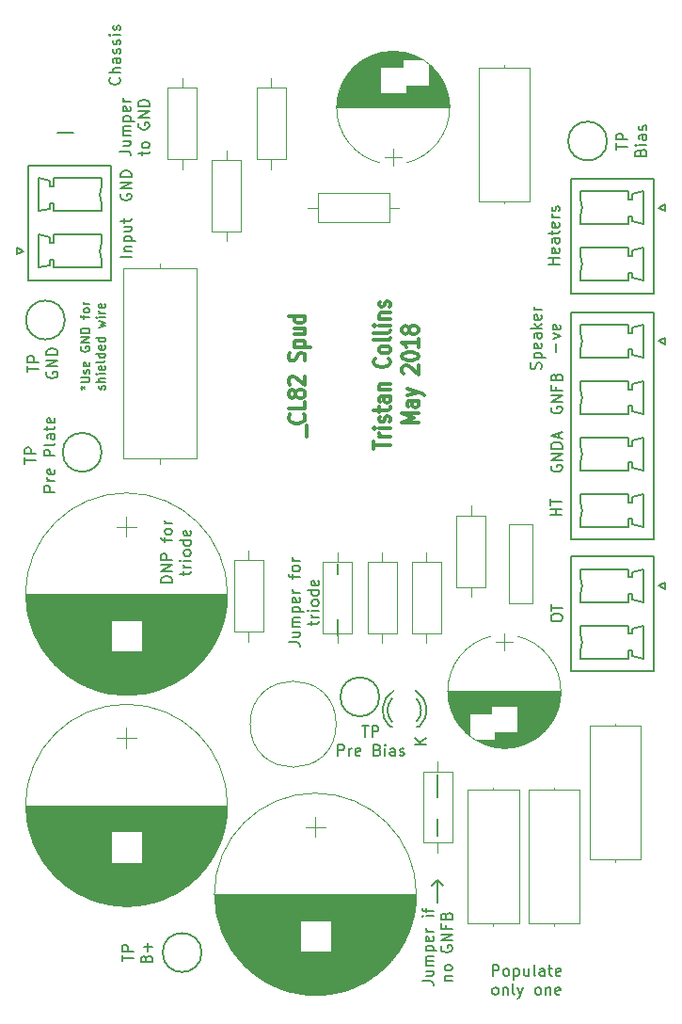
<source format=gbr>
G04 #@! TF.FileFunction,Legend,Top*
%FSLAX46Y46*%
G04 Gerber Fmt 4.6, Leading zero omitted, Abs format (unit mm)*
G04 Created by KiCad (PCBNEW 4.0.7) date Friday, 27 April 2018 'PMt' 15:38:10*
%MOMM*%
%LPD*%
G01*
G04 APERTURE LIST*
%ADD10C,0.100000*%
%ADD11C,0.200000*%
%ADD12C,0.300000*%
%ADD13C,0.150000*%
%ADD14C,0.120000*%
G04 APERTURE END LIST*
D10*
D11*
X220304762Y-89511905D02*
X220352381Y-89369048D01*
X220352381Y-89130952D01*
X220304762Y-89035714D01*
X220257143Y-88988095D01*
X220161905Y-88940476D01*
X220066667Y-88940476D01*
X219971429Y-88988095D01*
X219923810Y-89035714D01*
X219876190Y-89130952D01*
X219828571Y-89321429D01*
X219780952Y-89416667D01*
X219733333Y-89464286D01*
X219638095Y-89511905D01*
X219542857Y-89511905D01*
X219447619Y-89464286D01*
X219400000Y-89416667D01*
X219352381Y-89321429D01*
X219352381Y-89083333D01*
X219400000Y-88940476D01*
X219685714Y-88511905D02*
X220685714Y-88511905D01*
X219733333Y-88511905D02*
X219685714Y-88416667D01*
X219685714Y-88226190D01*
X219733333Y-88130952D01*
X219780952Y-88083333D01*
X219876190Y-88035714D01*
X220161905Y-88035714D01*
X220257143Y-88083333D01*
X220304762Y-88130952D01*
X220352381Y-88226190D01*
X220352381Y-88416667D01*
X220304762Y-88511905D01*
X220304762Y-87226190D02*
X220352381Y-87321428D01*
X220352381Y-87511905D01*
X220304762Y-87607143D01*
X220209524Y-87654762D01*
X219828571Y-87654762D01*
X219733333Y-87607143D01*
X219685714Y-87511905D01*
X219685714Y-87321428D01*
X219733333Y-87226190D01*
X219828571Y-87178571D01*
X219923810Y-87178571D01*
X220019048Y-87654762D01*
X220352381Y-86321428D02*
X219828571Y-86321428D01*
X219733333Y-86369047D01*
X219685714Y-86464285D01*
X219685714Y-86654762D01*
X219733333Y-86750000D01*
X220304762Y-86321428D02*
X220352381Y-86416666D01*
X220352381Y-86654762D01*
X220304762Y-86750000D01*
X220209524Y-86797619D01*
X220114286Y-86797619D01*
X220019048Y-86750000D01*
X219971429Y-86654762D01*
X219971429Y-86416666D01*
X219923810Y-86321428D01*
X220352381Y-85845238D02*
X219352381Y-85845238D01*
X219971429Y-85750000D02*
X220352381Y-85464285D01*
X219685714Y-85464285D02*
X220066667Y-85845238D01*
X220304762Y-84654761D02*
X220352381Y-84749999D01*
X220352381Y-84940476D01*
X220304762Y-85035714D01*
X220209524Y-85083333D01*
X219828571Y-85083333D01*
X219733333Y-85035714D01*
X219685714Y-84940476D01*
X219685714Y-84749999D01*
X219733333Y-84654761D01*
X219828571Y-84607142D01*
X219923810Y-84607142D01*
X220019048Y-85083333D01*
X220352381Y-84178571D02*
X219685714Y-84178571D01*
X219876190Y-84178571D02*
X219780952Y-84130952D01*
X219733333Y-84083333D01*
X219685714Y-83988095D01*
X219685714Y-83892856D01*
X221671429Y-87940476D02*
X221671429Y-87178571D01*
X221385714Y-86797619D02*
X222052381Y-86559524D01*
X221385714Y-86321428D01*
X222004762Y-85559523D02*
X222052381Y-85654761D01*
X222052381Y-85845238D01*
X222004762Y-85940476D01*
X221909524Y-85988095D01*
X221528571Y-85988095D01*
X221433333Y-85940476D01*
X221385714Y-85845238D01*
X221385714Y-85654761D01*
X221433333Y-85559523D01*
X221528571Y-85511904D01*
X221623810Y-85511904D01*
X221719048Y-85988095D01*
X215952380Y-144102381D02*
X215952380Y-143102381D01*
X216333333Y-143102381D01*
X216428571Y-143150000D01*
X216476190Y-143197619D01*
X216523809Y-143292857D01*
X216523809Y-143435714D01*
X216476190Y-143530952D01*
X216428571Y-143578571D01*
X216333333Y-143626190D01*
X215952380Y-143626190D01*
X217095237Y-144102381D02*
X216999999Y-144054762D01*
X216952380Y-144007143D01*
X216904761Y-143911905D01*
X216904761Y-143626190D01*
X216952380Y-143530952D01*
X216999999Y-143483333D01*
X217095237Y-143435714D01*
X217238095Y-143435714D01*
X217333333Y-143483333D01*
X217380952Y-143530952D01*
X217428571Y-143626190D01*
X217428571Y-143911905D01*
X217380952Y-144007143D01*
X217333333Y-144054762D01*
X217238095Y-144102381D01*
X217095237Y-144102381D01*
X217857142Y-143435714D02*
X217857142Y-144435714D01*
X217857142Y-143483333D02*
X217952380Y-143435714D01*
X218142857Y-143435714D01*
X218238095Y-143483333D01*
X218285714Y-143530952D01*
X218333333Y-143626190D01*
X218333333Y-143911905D01*
X218285714Y-144007143D01*
X218238095Y-144054762D01*
X218142857Y-144102381D01*
X217952380Y-144102381D01*
X217857142Y-144054762D01*
X219190476Y-143435714D02*
X219190476Y-144102381D01*
X218761904Y-143435714D02*
X218761904Y-143959524D01*
X218809523Y-144054762D01*
X218904761Y-144102381D01*
X219047619Y-144102381D01*
X219142857Y-144054762D01*
X219190476Y-144007143D01*
X219809523Y-144102381D02*
X219714285Y-144054762D01*
X219666666Y-143959524D01*
X219666666Y-143102381D01*
X220619048Y-144102381D02*
X220619048Y-143578571D01*
X220571429Y-143483333D01*
X220476191Y-143435714D01*
X220285714Y-143435714D01*
X220190476Y-143483333D01*
X220619048Y-144054762D02*
X220523810Y-144102381D01*
X220285714Y-144102381D01*
X220190476Y-144054762D01*
X220142857Y-143959524D01*
X220142857Y-143864286D01*
X220190476Y-143769048D01*
X220285714Y-143721429D01*
X220523810Y-143721429D01*
X220619048Y-143673810D01*
X220952381Y-143435714D02*
X221333333Y-143435714D01*
X221095238Y-143102381D02*
X221095238Y-143959524D01*
X221142857Y-144054762D01*
X221238095Y-144102381D01*
X221333333Y-144102381D01*
X222047620Y-144054762D02*
X221952382Y-144102381D01*
X221761905Y-144102381D01*
X221666667Y-144054762D01*
X221619048Y-143959524D01*
X221619048Y-143578571D01*
X221666667Y-143483333D01*
X221761905Y-143435714D01*
X221952382Y-143435714D01*
X222047620Y-143483333D01*
X222095239Y-143578571D01*
X222095239Y-143673810D01*
X221619048Y-143769048D01*
X216119047Y-145802381D02*
X216023809Y-145754762D01*
X215976190Y-145707143D01*
X215928571Y-145611905D01*
X215928571Y-145326190D01*
X215976190Y-145230952D01*
X216023809Y-145183333D01*
X216119047Y-145135714D01*
X216261905Y-145135714D01*
X216357143Y-145183333D01*
X216404762Y-145230952D01*
X216452381Y-145326190D01*
X216452381Y-145611905D01*
X216404762Y-145707143D01*
X216357143Y-145754762D01*
X216261905Y-145802381D01*
X216119047Y-145802381D01*
X216880952Y-145135714D02*
X216880952Y-145802381D01*
X216880952Y-145230952D02*
X216928571Y-145183333D01*
X217023809Y-145135714D01*
X217166667Y-145135714D01*
X217261905Y-145183333D01*
X217309524Y-145278571D01*
X217309524Y-145802381D01*
X217928571Y-145802381D02*
X217833333Y-145754762D01*
X217785714Y-145659524D01*
X217785714Y-144802381D01*
X218214286Y-145135714D02*
X218452381Y-145802381D01*
X218690477Y-145135714D02*
X218452381Y-145802381D01*
X218357143Y-146040476D01*
X218309524Y-146088095D01*
X218214286Y-146135714D01*
X219976191Y-145802381D02*
X219880953Y-145754762D01*
X219833334Y-145707143D01*
X219785715Y-145611905D01*
X219785715Y-145326190D01*
X219833334Y-145230952D01*
X219880953Y-145183333D01*
X219976191Y-145135714D01*
X220119049Y-145135714D01*
X220214287Y-145183333D01*
X220261906Y-145230952D01*
X220309525Y-145326190D01*
X220309525Y-145611905D01*
X220261906Y-145707143D01*
X220214287Y-145754762D01*
X220119049Y-145802381D01*
X219976191Y-145802381D01*
X220738096Y-145135714D02*
X220738096Y-145802381D01*
X220738096Y-145230952D02*
X220785715Y-145183333D01*
X220880953Y-145135714D01*
X221023811Y-145135714D01*
X221119049Y-145183333D01*
X221166668Y-145278571D01*
X221166668Y-145802381D01*
X222023811Y-145754762D02*
X221928573Y-145802381D01*
X221738096Y-145802381D01*
X221642858Y-145754762D01*
X221595239Y-145659524D01*
X221595239Y-145278571D01*
X221642858Y-145183333D01*
X221738096Y-145135714D01*
X221928573Y-145135714D01*
X222023811Y-145183333D01*
X222071430Y-145278571D01*
X222071430Y-145373810D01*
X221595239Y-145469048D01*
X202000000Y-113500000D02*
X202000000Y-112000000D01*
X202000000Y-107000000D02*
X202000000Y-108000000D01*
X197602381Y-114095238D02*
X198316667Y-114095238D01*
X198459524Y-114142858D01*
X198554762Y-114238096D01*
X198602381Y-114380953D01*
X198602381Y-114476191D01*
X197935714Y-113190476D02*
X198602381Y-113190476D01*
X197935714Y-113619048D02*
X198459524Y-113619048D01*
X198554762Y-113571429D01*
X198602381Y-113476191D01*
X198602381Y-113333333D01*
X198554762Y-113238095D01*
X198507143Y-113190476D01*
X198602381Y-112714286D02*
X197935714Y-112714286D01*
X198030952Y-112714286D02*
X197983333Y-112666667D01*
X197935714Y-112571429D01*
X197935714Y-112428571D01*
X197983333Y-112333333D01*
X198078571Y-112285714D01*
X198602381Y-112285714D01*
X198078571Y-112285714D02*
X197983333Y-112238095D01*
X197935714Y-112142857D01*
X197935714Y-112000000D01*
X197983333Y-111904762D01*
X198078571Y-111857143D01*
X198602381Y-111857143D01*
X197935714Y-111380953D02*
X198935714Y-111380953D01*
X197983333Y-111380953D02*
X197935714Y-111285715D01*
X197935714Y-111095238D01*
X197983333Y-111000000D01*
X198030952Y-110952381D01*
X198126190Y-110904762D01*
X198411905Y-110904762D01*
X198507143Y-110952381D01*
X198554762Y-111000000D01*
X198602381Y-111095238D01*
X198602381Y-111285715D01*
X198554762Y-111380953D01*
X198554762Y-110095238D02*
X198602381Y-110190476D01*
X198602381Y-110380953D01*
X198554762Y-110476191D01*
X198459524Y-110523810D01*
X198078571Y-110523810D01*
X197983333Y-110476191D01*
X197935714Y-110380953D01*
X197935714Y-110190476D01*
X197983333Y-110095238D01*
X198078571Y-110047619D01*
X198173810Y-110047619D01*
X198269048Y-110523810D01*
X198602381Y-109619048D02*
X197935714Y-109619048D01*
X198126190Y-109619048D02*
X198030952Y-109571429D01*
X197983333Y-109523810D01*
X197935714Y-109428572D01*
X197935714Y-109333333D01*
X197935714Y-108380952D02*
X197935714Y-108000000D01*
X198602381Y-108238095D02*
X197745238Y-108238095D01*
X197650000Y-108190476D01*
X197602381Y-108095238D01*
X197602381Y-108000000D01*
X198602381Y-107523809D02*
X198554762Y-107619047D01*
X198507143Y-107666666D01*
X198411905Y-107714285D01*
X198126190Y-107714285D01*
X198030952Y-107666666D01*
X197983333Y-107619047D01*
X197935714Y-107523809D01*
X197935714Y-107380951D01*
X197983333Y-107285713D01*
X198030952Y-107238094D01*
X198126190Y-107190475D01*
X198411905Y-107190475D01*
X198507143Y-107238094D01*
X198554762Y-107285713D01*
X198602381Y-107380951D01*
X198602381Y-107523809D01*
X198602381Y-106761904D02*
X197935714Y-106761904D01*
X198126190Y-106761904D02*
X198030952Y-106714285D01*
X197983333Y-106666666D01*
X197935714Y-106571428D01*
X197935714Y-106476189D01*
X199635714Y-112571429D02*
X199635714Y-112190477D01*
X199302381Y-112428572D02*
X200159524Y-112428572D01*
X200254762Y-112380953D01*
X200302381Y-112285715D01*
X200302381Y-112190477D01*
X200302381Y-111857143D02*
X199635714Y-111857143D01*
X199826190Y-111857143D02*
X199730952Y-111809524D01*
X199683333Y-111761905D01*
X199635714Y-111666667D01*
X199635714Y-111571428D01*
X200302381Y-111238095D02*
X199635714Y-111238095D01*
X199302381Y-111238095D02*
X199350000Y-111285714D01*
X199397619Y-111238095D01*
X199350000Y-111190476D01*
X199302381Y-111238095D01*
X199397619Y-111238095D01*
X200302381Y-110619048D02*
X200254762Y-110714286D01*
X200207143Y-110761905D01*
X200111905Y-110809524D01*
X199826190Y-110809524D01*
X199730952Y-110761905D01*
X199683333Y-110714286D01*
X199635714Y-110619048D01*
X199635714Y-110476190D01*
X199683333Y-110380952D01*
X199730952Y-110333333D01*
X199826190Y-110285714D01*
X200111905Y-110285714D01*
X200207143Y-110333333D01*
X200254762Y-110380952D01*
X200302381Y-110476190D01*
X200302381Y-110619048D01*
X200302381Y-109428571D02*
X199302381Y-109428571D01*
X200254762Y-109428571D02*
X200302381Y-109523809D01*
X200302381Y-109714286D01*
X200254762Y-109809524D01*
X200207143Y-109857143D01*
X200111905Y-109904762D01*
X199826190Y-109904762D01*
X199730952Y-109857143D01*
X199683333Y-109809524D01*
X199635714Y-109714286D01*
X199635714Y-109523809D01*
X199683333Y-109428571D01*
X200254762Y-108571428D02*
X200302381Y-108666666D01*
X200302381Y-108857143D01*
X200254762Y-108952381D01*
X200159524Y-109000000D01*
X199778571Y-109000000D01*
X199683333Y-108952381D01*
X199635714Y-108857143D01*
X199635714Y-108666666D01*
X199683333Y-108571428D01*
X199778571Y-108523809D01*
X199873810Y-108523809D01*
X199969048Y-109000000D01*
X187102381Y-108714286D02*
X186102381Y-108714286D01*
X186102381Y-108476191D01*
X186150000Y-108333333D01*
X186245238Y-108238095D01*
X186340476Y-108190476D01*
X186530952Y-108142857D01*
X186673810Y-108142857D01*
X186864286Y-108190476D01*
X186959524Y-108238095D01*
X187054762Y-108333333D01*
X187102381Y-108476191D01*
X187102381Y-108714286D01*
X187102381Y-107714286D02*
X186102381Y-107714286D01*
X187102381Y-107142857D01*
X186102381Y-107142857D01*
X187102381Y-106666667D02*
X186102381Y-106666667D01*
X186102381Y-106285714D01*
X186150000Y-106190476D01*
X186197619Y-106142857D01*
X186292857Y-106095238D01*
X186435714Y-106095238D01*
X186530952Y-106142857D01*
X186578571Y-106190476D01*
X186626190Y-106285714D01*
X186626190Y-106666667D01*
X186435714Y-105047619D02*
X186435714Y-104666667D01*
X187102381Y-104904762D02*
X186245238Y-104904762D01*
X186150000Y-104857143D01*
X186102381Y-104761905D01*
X186102381Y-104666667D01*
X187102381Y-104190476D02*
X187054762Y-104285714D01*
X187007143Y-104333333D01*
X186911905Y-104380952D01*
X186626190Y-104380952D01*
X186530952Y-104333333D01*
X186483333Y-104285714D01*
X186435714Y-104190476D01*
X186435714Y-104047618D01*
X186483333Y-103952380D01*
X186530952Y-103904761D01*
X186626190Y-103857142D01*
X186911905Y-103857142D01*
X187007143Y-103904761D01*
X187054762Y-103952380D01*
X187102381Y-104047618D01*
X187102381Y-104190476D01*
X187102381Y-103428571D02*
X186435714Y-103428571D01*
X186626190Y-103428571D02*
X186530952Y-103380952D01*
X186483333Y-103333333D01*
X186435714Y-103238095D01*
X186435714Y-103142856D01*
X188135714Y-108071429D02*
X188135714Y-107690477D01*
X187802381Y-107928572D02*
X188659524Y-107928572D01*
X188754762Y-107880953D01*
X188802381Y-107785715D01*
X188802381Y-107690477D01*
X188802381Y-107357143D02*
X188135714Y-107357143D01*
X188326190Y-107357143D02*
X188230952Y-107309524D01*
X188183333Y-107261905D01*
X188135714Y-107166667D01*
X188135714Y-107071428D01*
X188802381Y-106738095D02*
X188135714Y-106738095D01*
X187802381Y-106738095D02*
X187850000Y-106785714D01*
X187897619Y-106738095D01*
X187850000Y-106690476D01*
X187802381Y-106738095D01*
X187897619Y-106738095D01*
X188802381Y-106119048D02*
X188754762Y-106214286D01*
X188707143Y-106261905D01*
X188611905Y-106309524D01*
X188326190Y-106309524D01*
X188230952Y-106261905D01*
X188183333Y-106214286D01*
X188135714Y-106119048D01*
X188135714Y-105976190D01*
X188183333Y-105880952D01*
X188230952Y-105833333D01*
X188326190Y-105785714D01*
X188611905Y-105785714D01*
X188707143Y-105833333D01*
X188754762Y-105880952D01*
X188802381Y-105976190D01*
X188802381Y-106119048D01*
X188802381Y-104928571D02*
X187802381Y-104928571D01*
X188754762Y-104928571D02*
X188802381Y-105023809D01*
X188802381Y-105214286D01*
X188754762Y-105309524D01*
X188707143Y-105357143D01*
X188611905Y-105404762D01*
X188326190Y-105404762D01*
X188230952Y-105357143D01*
X188183333Y-105309524D01*
X188135714Y-105214286D01*
X188135714Y-105023809D01*
X188183333Y-104928571D01*
X188754762Y-104071428D02*
X188802381Y-104166666D01*
X188802381Y-104357143D01*
X188754762Y-104452381D01*
X188659524Y-104500000D01*
X188278571Y-104500000D01*
X188183333Y-104452381D01*
X188135714Y-104357143D01*
X188135714Y-104166666D01*
X188183333Y-104071428D01*
X188278571Y-104023809D01*
X188373810Y-104023809D01*
X188469048Y-104500000D01*
X211000000Y-135500000D02*
X211000000Y-137500000D01*
X211000000Y-135500000D02*
X211500000Y-136000000D01*
X211000000Y-135500000D02*
X210500000Y-136000000D01*
X209602381Y-144571428D02*
X210316667Y-144571428D01*
X210459524Y-144619048D01*
X210554762Y-144714286D01*
X210602381Y-144857143D01*
X210602381Y-144952381D01*
X209935714Y-143666666D02*
X210602381Y-143666666D01*
X209935714Y-144095238D02*
X210459524Y-144095238D01*
X210554762Y-144047619D01*
X210602381Y-143952381D01*
X210602381Y-143809523D01*
X210554762Y-143714285D01*
X210507143Y-143666666D01*
X210602381Y-143190476D02*
X209935714Y-143190476D01*
X210030952Y-143190476D02*
X209983333Y-143142857D01*
X209935714Y-143047619D01*
X209935714Y-142904761D01*
X209983333Y-142809523D01*
X210078571Y-142761904D01*
X210602381Y-142761904D01*
X210078571Y-142761904D02*
X209983333Y-142714285D01*
X209935714Y-142619047D01*
X209935714Y-142476190D01*
X209983333Y-142380952D01*
X210078571Y-142333333D01*
X210602381Y-142333333D01*
X209935714Y-141857143D02*
X210935714Y-141857143D01*
X209983333Y-141857143D02*
X209935714Y-141761905D01*
X209935714Y-141571428D01*
X209983333Y-141476190D01*
X210030952Y-141428571D01*
X210126190Y-141380952D01*
X210411905Y-141380952D01*
X210507143Y-141428571D01*
X210554762Y-141476190D01*
X210602381Y-141571428D01*
X210602381Y-141761905D01*
X210554762Y-141857143D01*
X210554762Y-140571428D02*
X210602381Y-140666666D01*
X210602381Y-140857143D01*
X210554762Y-140952381D01*
X210459524Y-141000000D01*
X210078571Y-141000000D01*
X209983333Y-140952381D01*
X209935714Y-140857143D01*
X209935714Y-140666666D01*
X209983333Y-140571428D01*
X210078571Y-140523809D01*
X210173810Y-140523809D01*
X210269048Y-141000000D01*
X210602381Y-140095238D02*
X209935714Y-140095238D01*
X210126190Y-140095238D02*
X210030952Y-140047619D01*
X209983333Y-140000000D01*
X209935714Y-139904762D01*
X209935714Y-139809523D01*
X210602381Y-138714285D02*
X209935714Y-138714285D01*
X209602381Y-138714285D02*
X209650000Y-138761904D01*
X209697619Y-138714285D01*
X209650000Y-138666666D01*
X209602381Y-138714285D01*
X209697619Y-138714285D01*
X209935714Y-138380952D02*
X209935714Y-138000000D01*
X210602381Y-138238095D02*
X209745238Y-138238095D01*
X209650000Y-138190476D01*
X209602381Y-138095238D01*
X209602381Y-138000000D01*
X211635714Y-144500000D02*
X212302381Y-144500000D01*
X211730952Y-144500000D02*
X211683333Y-144452381D01*
X211635714Y-144357143D01*
X211635714Y-144214285D01*
X211683333Y-144119047D01*
X211778571Y-144071428D01*
X212302381Y-144071428D01*
X212302381Y-143452381D02*
X212254762Y-143547619D01*
X212207143Y-143595238D01*
X212111905Y-143642857D01*
X211826190Y-143642857D01*
X211730952Y-143595238D01*
X211683333Y-143547619D01*
X211635714Y-143452381D01*
X211635714Y-143309523D01*
X211683333Y-143214285D01*
X211730952Y-143166666D01*
X211826190Y-143119047D01*
X212111905Y-143119047D01*
X212207143Y-143166666D01*
X212254762Y-143214285D01*
X212302381Y-143309523D01*
X212302381Y-143452381D01*
X211350000Y-141404761D02*
X211302381Y-141499999D01*
X211302381Y-141642856D01*
X211350000Y-141785714D01*
X211445238Y-141880952D01*
X211540476Y-141928571D01*
X211730952Y-141976190D01*
X211873810Y-141976190D01*
X212064286Y-141928571D01*
X212159524Y-141880952D01*
X212254762Y-141785714D01*
X212302381Y-141642856D01*
X212302381Y-141547618D01*
X212254762Y-141404761D01*
X212207143Y-141357142D01*
X211873810Y-141357142D01*
X211873810Y-141547618D01*
X212302381Y-140928571D02*
X211302381Y-140928571D01*
X212302381Y-140357142D01*
X211302381Y-140357142D01*
X211778571Y-139547618D02*
X211778571Y-139880952D01*
X212302381Y-139880952D02*
X211302381Y-139880952D01*
X211302381Y-139404761D01*
X211778571Y-138690475D02*
X211826190Y-138547618D01*
X211873810Y-138499999D01*
X211969048Y-138452380D01*
X212111905Y-138452380D01*
X212207143Y-138499999D01*
X212254762Y-138547618D01*
X212302381Y-138642856D01*
X212302381Y-139023809D01*
X211302381Y-139023809D01*
X211302381Y-138690475D01*
X211350000Y-138595237D01*
X211397619Y-138547618D01*
X211492857Y-138499999D01*
X211588095Y-138499999D01*
X211683333Y-138547618D01*
X211730952Y-138595237D01*
X211778571Y-138690475D01*
X211778571Y-139023809D01*
X211000000Y-130000000D02*
X211000000Y-131500000D01*
X211000000Y-126000000D02*
X211000000Y-128000000D01*
X174102381Y-89785714D02*
X174102381Y-89214285D01*
X175102381Y-89500000D02*
X174102381Y-89500000D01*
X175102381Y-88880952D02*
X174102381Y-88880952D01*
X174102381Y-88499999D01*
X174150000Y-88404761D01*
X174197619Y-88357142D01*
X174292857Y-88309523D01*
X174435714Y-88309523D01*
X174530952Y-88357142D01*
X174578571Y-88404761D01*
X174626190Y-88499999D01*
X174626190Y-88880952D01*
X175850000Y-89761904D02*
X175802381Y-89857142D01*
X175802381Y-89999999D01*
X175850000Y-90142857D01*
X175945238Y-90238095D01*
X176040476Y-90285714D01*
X176230952Y-90333333D01*
X176373810Y-90333333D01*
X176564286Y-90285714D01*
X176659524Y-90238095D01*
X176754762Y-90142857D01*
X176802381Y-89999999D01*
X176802381Y-89904761D01*
X176754762Y-89761904D01*
X176707143Y-89714285D01*
X176373810Y-89714285D01*
X176373810Y-89904761D01*
X176802381Y-89285714D02*
X175802381Y-89285714D01*
X176802381Y-88714285D01*
X175802381Y-88714285D01*
X176802381Y-88238095D02*
X175802381Y-88238095D01*
X175802381Y-88000000D01*
X175850000Y-87857142D01*
X175945238Y-87761904D01*
X176040476Y-87714285D01*
X176230952Y-87666666D01*
X176373810Y-87666666D01*
X176564286Y-87714285D01*
X176659524Y-87761904D01*
X176754762Y-87857142D01*
X176802381Y-88000000D01*
X176802381Y-88238095D01*
X176750000Y-68250000D02*
X178250000Y-68250000D01*
X227102381Y-69785714D02*
X227102381Y-69214285D01*
X228102381Y-69500000D02*
X227102381Y-69500000D01*
X228102381Y-68880952D02*
X227102381Y-68880952D01*
X227102381Y-68499999D01*
X227150000Y-68404761D01*
X227197619Y-68357142D01*
X227292857Y-68309523D01*
X227435714Y-68309523D01*
X227530952Y-68357142D01*
X227578571Y-68404761D01*
X227626190Y-68499999D01*
X227626190Y-68880952D01*
X229278571Y-70023809D02*
X229326190Y-69880952D01*
X229373810Y-69833333D01*
X229469048Y-69785714D01*
X229611905Y-69785714D01*
X229707143Y-69833333D01*
X229754762Y-69880952D01*
X229802381Y-69976190D01*
X229802381Y-70357143D01*
X228802381Y-70357143D01*
X228802381Y-70023809D01*
X228850000Y-69928571D01*
X228897619Y-69880952D01*
X228992857Y-69833333D01*
X229088095Y-69833333D01*
X229183333Y-69880952D01*
X229230952Y-69928571D01*
X229278571Y-70023809D01*
X229278571Y-70357143D01*
X229802381Y-69357143D02*
X229135714Y-69357143D01*
X228802381Y-69357143D02*
X228850000Y-69404762D01*
X228897619Y-69357143D01*
X228850000Y-69309524D01*
X228802381Y-69357143D01*
X228897619Y-69357143D01*
X229802381Y-68452381D02*
X229278571Y-68452381D01*
X229183333Y-68500000D01*
X229135714Y-68595238D01*
X229135714Y-68785715D01*
X229183333Y-68880953D01*
X229754762Y-68452381D02*
X229802381Y-68547619D01*
X229802381Y-68785715D01*
X229754762Y-68880953D01*
X229659524Y-68928572D01*
X229564286Y-68928572D01*
X229469048Y-68880953D01*
X229421429Y-68785715D01*
X229421429Y-68547619D01*
X229373810Y-68452381D01*
X229754762Y-68023810D02*
X229802381Y-67928572D01*
X229802381Y-67738096D01*
X229754762Y-67642857D01*
X229659524Y-67595238D01*
X229611905Y-67595238D01*
X229516667Y-67642857D01*
X229469048Y-67738096D01*
X229469048Y-67880953D01*
X229421429Y-67976191D01*
X229326190Y-68023810D01*
X229278571Y-68023810D01*
X229183333Y-67976191D01*
X229135714Y-67880953D01*
X229135714Y-67738096D01*
X229183333Y-67642857D01*
X173852381Y-98035714D02*
X173852381Y-97464285D01*
X174852381Y-97750000D02*
X173852381Y-97750000D01*
X174852381Y-97130952D02*
X173852381Y-97130952D01*
X173852381Y-96749999D01*
X173900000Y-96654761D01*
X173947619Y-96607142D01*
X174042857Y-96559523D01*
X174185714Y-96559523D01*
X174280952Y-96607142D01*
X174328571Y-96654761D01*
X174376190Y-96749999D01*
X174376190Y-97130952D01*
X176552381Y-100559525D02*
X175552381Y-100559525D01*
X175552381Y-100178572D01*
X175600000Y-100083334D01*
X175647619Y-100035715D01*
X175742857Y-99988096D01*
X175885714Y-99988096D01*
X175980952Y-100035715D01*
X176028571Y-100083334D01*
X176076190Y-100178572D01*
X176076190Y-100559525D01*
X176552381Y-99559525D02*
X175885714Y-99559525D01*
X176076190Y-99559525D02*
X175980952Y-99511906D01*
X175933333Y-99464287D01*
X175885714Y-99369049D01*
X175885714Y-99273810D01*
X176504762Y-98559524D02*
X176552381Y-98654762D01*
X176552381Y-98845239D01*
X176504762Y-98940477D01*
X176409524Y-98988096D01*
X176028571Y-98988096D01*
X175933333Y-98940477D01*
X175885714Y-98845239D01*
X175885714Y-98654762D01*
X175933333Y-98559524D01*
X176028571Y-98511905D01*
X176123810Y-98511905D01*
X176219048Y-98988096D01*
X176552381Y-97321429D02*
X175552381Y-97321429D01*
X175552381Y-96940476D01*
X175600000Y-96845238D01*
X175647619Y-96797619D01*
X175742857Y-96750000D01*
X175885714Y-96750000D01*
X175980952Y-96797619D01*
X176028571Y-96845238D01*
X176076190Y-96940476D01*
X176076190Y-97321429D01*
X176552381Y-96178572D02*
X176504762Y-96273810D01*
X176409524Y-96321429D01*
X175552381Y-96321429D01*
X176552381Y-95369047D02*
X176028571Y-95369047D01*
X175933333Y-95416666D01*
X175885714Y-95511904D01*
X175885714Y-95702381D01*
X175933333Y-95797619D01*
X176504762Y-95369047D02*
X176552381Y-95464285D01*
X176552381Y-95702381D01*
X176504762Y-95797619D01*
X176409524Y-95845238D01*
X176314286Y-95845238D01*
X176219048Y-95797619D01*
X176171429Y-95702381D01*
X176171429Y-95464285D01*
X176123810Y-95369047D01*
X175885714Y-95035714D02*
X175885714Y-94654762D01*
X175552381Y-94892857D02*
X176409524Y-94892857D01*
X176504762Y-94845238D01*
X176552381Y-94750000D01*
X176552381Y-94654762D01*
X176504762Y-93940475D02*
X176552381Y-94035713D01*
X176552381Y-94226190D01*
X176504762Y-94321428D01*
X176409524Y-94369047D01*
X176028571Y-94369047D01*
X175933333Y-94321428D01*
X175885714Y-94226190D01*
X175885714Y-94035713D01*
X175933333Y-93940475D01*
X176028571Y-93892856D01*
X176123810Y-93892856D01*
X176219048Y-94369047D01*
X204214286Y-121602381D02*
X204785715Y-121602381D01*
X204500000Y-122602381D02*
X204500000Y-121602381D01*
X205119048Y-122602381D02*
X205119048Y-121602381D01*
X205500001Y-121602381D01*
X205595239Y-121650000D01*
X205642858Y-121697619D01*
X205690477Y-121792857D01*
X205690477Y-121935714D01*
X205642858Y-122030952D01*
X205595239Y-122078571D01*
X205500001Y-122126190D01*
X205119048Y-122126190D01*
X202023809Y-124302381D02*
X202023809Y-123302381D01*
X202404762Y-123302381D01*
X202500000Y-123350000D01*
X202547619Y-123397619D01*
X202595238Y-123492857D01*
X202595238Y-123635714D01*
X202547619Y-123730952D01*
X202500000Y-123778571D01*
X202404762Y-123826190D01*
X202023809Y-123826190D01*
X203023809Y-124302381D02*
X203023809Y-123635714D01*
X203023809Y-123826190D02*
X203071428Y-123730952D01*
X203119047Y-123683333D01*
X203214285Y-123635714D01*
X203309524Y-123635714D01*
X204023810Y-124254762D02*
X203928572Y-124302381D01*
X203738095Y-124302381D01*
X203642857Y-124254762D01*
X203595238Y-124159524D01*
X203595238Y-123778571D01*
X203642857Y-123683333D01*
X203738095Y-123635714D01*
X203928572Y-123635714D01*
X204023810Y-123683333D01*
X204071429Y-123778571D01*
X204071429Y-123873810D01*
X203595238Y-123969048D01*
X205595239Y-123778571D02*
X205738096Y-123826190D01*
X205785715Y-123873810D01*
X205833334Y-123969048D01*
X205833334Y-124111905D01*
X205785715Y-124207143D01*
X205738096Y-124254762D01*
X205642858Y-124302381D01*
X205261905Y-124302381D01*
X205261905Y-123302381D01*
X205595239Y-123302381D01*
X205690477Y-123350000D01*
X205738096Y-123397619D01*
X205785715Y-123492857D01*
X205785715Y-123588095D01*
X205738096Y-123683333D01*
X205690477Y-123730952D01*
X205595239Y-123778571D01*
X205261905Y-123778571D01*
X206261905Y-124302381D02*
X206261905Y-123635714D01*
X206261905Y-123302381D02*
X206214286Y-123350000D01*
X206261905Y-123397619D01*
X206309524Y-123350000D01*
X206261905Y-123302381D01*
X206261905Y-123397619D01*
X207166667Y-124302381D02*
X207166667Y-123778571D01*
X207119048Y-123683333D01*
X207023810Y-123635714D01*
X206833333Y-123635714D01*
X206738095Y-123683333D01*
X207166667Y-124254762D02*
X207071429Y-124302381D01*
X206833333Y-124302381D01*
X206738095Y-124254762D01*
X206690476Y-124159524D01*
X206690476Y-124064286D01*
X206738095Y-123969048D01*
X206833333Y-123921429D01*
X207071429Y-123921429D01*
X207166667Y-123873810D01*
X207595238Y-124254762D02*
X207690476Y-124302381D01*
X207880952Y-124302381D01*
X207976191Y-124254762D01*
X208023810Y-124159524D01*
X208023810Y-124111905D01*
X207976191Y-124016667D01*
X207880952Y-123969048D01*
X207738095Y-123969048D01*
X207642857Y-123921429D01*
X207595238Y-123826190D01*
X207595238Y-123778571D01*
X207642857Y-123683333D01*
X207738095Y-123635714D01*
X207880952Y-123635714D01*
X207976191Y-123683333D01*
X182500000Y-73761904D02*
X182452381Y-73857142D01*
X182452381Y-73999999D01*
X182500000Y-74142857D01*
X182595238Y-74238095D01*
X182690476Y-74285714D01*
X182880952Y-74333333D01*
X183023810Y-74333333D01*
X183214286Y-74285714D01*
X183309524Y-74238095D01*
X183404762Y-74142857D01*
X183452381Y-73999999D01*
X183452381Y-73904761D01*
X183404762Y-73761904D01*
X183357143Y-73714285D01*
X183023810Y-73714285D01*
X183023810Y-73904761D01*
X183452381Y-73285714D02*
X182452381Y-73285714D01*
X183452381Y-72714285D01*
X182452381Y-72714285D01*
X183452381Y-72238095D02*
X182452381Y-72238095D01*
X182452381Y-72000000D01*
X182500000Y-71857142D01*
X182595238Y-71761904D01*
X182690476Y-71714285D01*
X182880952Y-71666666D01*
X183023810Y-71666666D01*
X183214286Y-71714285D01*
X183309524Y-71761904D01*
X183404762Y-71857142D01*
X183452381Y-72000000D01*
X183452381Y-72238095D01*
X183452381Y-79392857D02*
X182452381Y-79392857D01*
X182785714Y-78916667D02*
X183452381Y-78916667D01*
X182880952Y-78916667D02*
X182833333Y-78869048D01*
X182785714Y-78773810D01*
X182785714Y-78630952D01*
X182833333Y-78535714D01*
X182928571Y-78488095D01*
X183452381Y-78488095D01*
X182785714Y-78011905D02*
X183785714Y-78011905D01*
X182833333Y-78011905D02*
X182785714Y-77916667D01*
X182785714Y-77726190D01*
X182833333Y-77630952D01*
X182880952Y-77583333D01*
X182976190Y-77535714D01*
X183261905Y-77535714D01*
X183357143Y-77583333D01*
X183404762Y-77630952D01*
X183452381Y-77726190D01*
X183452381Y-77916667D01*
X183404762Y-78011905D01*
X182785714Y-76678571D02*
X183452381Y-76678571D01*
X182785714Y-77107143D02*
X183309524Y-77107143D01*
X183404762Y-77059524D01*
X183452381Y-76964286D01*
X183452381Y-76821428D01*
X183404762Y-76726190D01*
X183357143Y-76678571D01*
X182785714Y-76345238D02*
X182785714Y-75964286D01*
X182452381Y-76202381D02*
X183309524Y-76202381D01*
X183404762Y-76154762D01*
X183452381Y-76059524D01*
X183452381Y-75964286D01*
X221202381Y-111976191D02*
X221202381Y-111785714D01*
X221250000Y-111690476D01*
X221345238Y-111595238D01*
X221535714Y-111547619D01*
X221869048Y-111547619D01*
X222059524Y-111595238D01*
X222154762Y-111690476D01*
X222202381Y-111785714D01*
X222202381Y-111976191D01*
X222154762Y-112071429D01*
X222059524Y-112166667D01*
X221869048Y-112214286D01*
X221535714Y-112214286D01*
X221345238Y-112166667D01*
X221250000Y-112071429D01*
X221202381Y-111976191D01*
X221202381Y-111261905D02*
X221202381Y-110690476D01*
X222202381Y-110976191D02*
X221202381Y-110976191D01*
X221250000Y-98190476D02*
X221202381Y-98285714D01*
X221202381Y-98428571D01*
X221250000Y-98571429D01*
X221345238Y-98666667D01*
X221440476Y-98714286D01*
X221630952Y-98761905D01*
X221773810Y-98761905D01*
X221964286Y-98714286D01*
X222059524Y-98666667D01*
X222154762Y-98571429D01*
X222202381Y-98428571D01*
X222202381Y-98333333D01*
X222154762Y-98190476D01*
X222107143Y-98142857D01*
X221773810Y-98142857D01*
X221773810Y-98333333D01*
X222202381Y-97714286D02*
X221202381Y-97714286D01*
X222202381Y-97142857D01*
X221202381Y-97142857D01*
X222202381Y-96666667D02*
X221202381Y-96666667D01*
X221202381Y-96428572D01*
X221250000Y-96285714D01*
X221345238Y-96190476D01*
X221440476Y-96142857D01*
X221630952Y-96095238D01*
X221773810Y-96095238D01*
X221964286Y-96142857D01*
X222059524Y-96190476D01*
X222154762Y-96285714D01*
X222202381Y-96428572D01*
X222202381Y-96666667D01*
X221916667Y-95714286D02*
X221916667Y-95238095D01*
X222202381Y-95809524D02*
X221202381Y-95476191D01*
X222202381Y-95142857D01*
X222152381Y-102666667D02*
X221152381Y-102666667D01*
X221628571Y-102666667D02*
X221628571Y-102095238D01*
X222152381Y-102095238D02*
X221152381Y-102095238D01*
X221152381Y-101761905D02*
X221152381Y-101190476D01*
X222152381Y-101476191D02*
X221152381Y-101476191D01*
X221250000Y-92940476D02*
X221202381Y-93035714D01*
X221202381Y-93178571D01*
X221250000Y-93321429D01*
X221345238Y-93416667D01*
X221440476Y-93464286D01*
X221630952Y-93511905D01*
X221773810Y-93511905D01*
X221964286Y-93464286D01*
X222059524Y-93416667D01*
X222154762Y-93321429D01*
X222202381Y-93178571D01*
X222202381Y-93083333D01*
X222154762Y-92940476D01*
X222107143Y-92892857D01*
X221773810Y-92892857D01*
X221773810Y-93083333D01*
X222202381Y-92464286D02*
X221202381Y-92464286D01*
X222202381Y-91892857D01*
X221202381Y-91892857D01*
X221678571Y-91083333D02*
X221678571Y-91416667D01*
X222202381Y-91416667D02*
X221202381Y-91416667D01*
X221202381Y-90940476D01*
X221678571Y-90226190D02*
X221726190Y-90083333D01*
X221773810Y-90035714D01*
X221869048Y-89988095D01*
X222011905Y-89988095D01*
X222107143Y-90035714D01*
X222154762Y-90083333D01*
X222202381Y-90178571D01*
X222202381Y-90559524D01*
X221202381Y-90559524D01*
X221202381Y-90226190D01*
X221250000Y-90130952D01*
X221297619Y-90083333D01*
X221392857Y-90035714D01*
X221488095Y-90035714D01*
X221583333Y-90083333D01*
X221630952Y-90130952D01*
X221678571Y-90226190D01*
X221678571Y-90559524D01*
X178861905Y-91195238D02*
X179052381Y-91195238D01*
X178976190Y-91385714D02*
X179052381Y-91195238D01*
X178976190Y-91004762D01*
X179204762Y-91309524D02*
X179052381Y-91195238D01*
X179204762Y-91080952D01*
X178861905Y-90700000D02*
X179509524Y-90700000D01*
X179585714Y-90661905D01*
X179623810Y-90623809D01*
X179661905Y-90547619D01*
X179661905Y-90395238D01*
X179623810Y-90319047D01*
X179585714Y-90280952D01*
X179509524Y-90242857D01*
X178861905Y-90242857D01*
X179623810Y-89900000D02*
X179661905Y-89823810D01*
X179661905Y-89671429D01*
X179623810Y-89595238D01*
X179547619Y-89557143D01*
X179509524Y-89557143D01*
X179433333Y-89595238D01*
X179395238Y-89671429D01*
X179395238Y-89785714D01*
X179357143Y-89861905D01*
X179280952Y-89900000D01*
X179242857Y-89900000D01*
X179166667Y-89861905D01*
X179128571Y-89785714D01*
X179128571Y-89671429D01*
X179166667Y-89595238D01*
X179623810Y-88909524D02*
X179661905Y-88985714D01*
X179661905Y-89138095D01*
X179623810Y-89214286D01*
X179547619Y-89252381D01*
X179242857Y-89252381D01*
X179166667Y-89214286D01*
X179128571Y-89138095D01*
X179128571Y-88985714D01*
X179166667Y-88909524D01*
X179242857Y-88871429D01*
X179319048Y-88871429D01*
X179395238Y-89252381D01*
X178900000Y-87500000D02*
X178861905Y-87576191D01*
X178861905Y-87690476D01*
X178900000Y-87804762D01*
X178976190Y-87880953D01*
X179052381Y-87919048D01*
X179204762Y-87957143D01*
X179319048Y-87957143D01*
X179471429Y-87919048D01*
X179547619Y-87880953D01*
X179623810Y-87804762D01*
X179661905Y-87690476D01*
X179661905Y-87614286D01*
X179623810Y-87500000D01*
X179585714Y-87461905D01*
X179319048Y-87461905D01*
X179319048Y-87614286D01*
X179661905Y-87119048D02*
X178861905Y-87119048D01*
X179661905Y-86661905D01*
X178861905Y-86661905D01*
X179661905Y-86280953D02*
X178861905Y-86280953D01*
X178861905Y-86090477D01*
X178900000Y-85976191D01*
X178976190Y-85900000D01*
X179052381Y-85861905D01*
X179204762Y-85823810D01*
X179319048Y-85823810D01*
X179471429Y-85861905D01*
X179547619Y-85900000D01*
X179623810Y-85976191D01*
X179661905Y-86090477D01*
X179661905Y-86280953D01*
X179128571Y-84985715D02*
X179128571Y-84680953D01*
X179661905Y-84871429D02*
X178976190Y-84871429D01*
X178900000Y-84833334D01*
X178861905Y-84757143D01*
X178861905Y-84680953D01*
X179661905Y-84300000D02*
X179623810Y-84376191D01*
X179585714Y-84414286D01*
X179509524Y-84452381D01*
X179280952Y-84452381D01*
X179204762Y-84414286D01*
X179166667Y-84376191D01*
X179128571Y-84300000D01*
X179128571Y-84185714D01*
X179166667Y-84109524D01*
X179204762Y-84071429D01*
X179280952Y-84033333D01*
X179509524Y-84033333D01*
X179585714Y-84071429D01*
X179623810Y-84109524D01*
X179661905Y-84185714D01*
X179661905Y-84300000D01*
X179661905Y-83690476D02*
X179128571Y-83690476D01*
X179280952Y-83690476D02*
X179204762Y-83652381D01*
X179166667Y-83614285D01*
X179128571Y-83538095D01*
X179128571Y-83461904D01*
X181023810Y-91347619D02*
X181061905Y-91271429D01*
X181061905Y-91119048D01*
X181023810Y-91042857D01*
X180947619Y-91004762D01*
X180909524Y-91004762D01*
X180833333Y-91042857D01*
X180795238Y-91119048D01*
X180795238Y-91233333D01*
X180757143Y-91309524D01*
X180680952Y-91347619D01*
X180642857Y-91347619D01*
X180566667Y-91309524D01*
X180528571Y-91233333D01*
X180528571Y-91119048D01*
X180566667Y-91042857D01*
X181061905Y-90661905D02*
X180261905Y-90661905D01*
X181061905Y-90319048D02*
X180642857Y-90319048D01*
X180566667Y-90357143D01*
X180528571Y-90433333D01*
X180528571Y-90547619D01*
X180566667Y-90623810D01*
X180604762Y-90661905D01*
X181061905Y-89938095D02*
X180528571Y-89938095D01*
X180261905Y-89938095D02*
X180300000Y-89976190D01*
X180338095Y-89938095D01*
X180300000Y-89900000D01*
X180261905Y-89938095D01*
X180338095Y-89938095D01*
X181023810Y-89252381D02*
X181061905Y-89328571D01*
X181061905Y-89480952D01*
X181023810Y-89557143D01*
X180947619Y-89595238D01*
X180642857Y-89595238D01*
X180566667Y-89557143D01*
X180528571Y-89480952D01*
X180528571Y-89328571D01*
X180566667Y-89252381D01*
X180642857Y-89214286D01*
X180719048Y-89214286D01*
X180795238Y-89595238D01*
X181061905Y-88757143D02*
X181023810Y-88833334D01*
X180947619Y-88871429D01*
X180261905Y-88871429D01*
X181061905Y-88109524D02*
X180261905Y-88109524D01*
X181023810Y-88109524D02*
X181061905Y-88185714D01*
X181061905Y-88338095D01*
X181023810Y-88414286D01*
X180985714Y-88452381D01*
X180909524Y-88490476D01*
X180680952Y-88490476D01*
X180604762Y-88452381D01*
X180566667Y-88414286D01*
X180528571Y-88338095D01*
X180528571Y-88185714D01*
X180566667Y-88109524D01*
X181023810Y-87423809D02*
X181061905Y-87499999D01*
X181061905Y-87652380D01*
X181023810Y-87728571D01*
X180947619Y-87766666D01*
X180642857Y-87766666D01*
X180566667Y-87728571D01*
X180528571Y-87652380D01*
X180528571Y-87499999D01*
X180566667Y-87423809D01*
X180642857Y-87385714D01*
X180719048Y-87385714D01*
X180795238Y-87766666D01*
X181061905Y-86700000D02*
X180261905Y-86700000D01*
X181023810Y-86700000D02*
X181061905Y-86776190D01*
X181061905Y-86928571D01*
X181023810Y-87004762D01*
X180985714Y-87042857D01*
X180909524Y-87080952D01*
X180680952Y-87080952D01*
X180604762Y-87042857D01*
X180566667Y-87004762D01*
X180528571Y-86928571D01*
X180528571Y-86776190D01*
X180566667Y-86700000D01*
X180528571Y-85785713D02*
X181061905Y-85633332D01*
X180680952Y-85480951D01*
X181061905Y-85328570D01*
X180528571Y-85176189D01*
X181061905Y-84871428D02*
X180528571Y-84871428D01*
X180261905Y-84871428D02*
X180300000Y-84909523D01*
X180338095Y-84871428D01*
X180300000Y-84833333D01*
X180261905Y-84871428D01*
X180338095Y-84871428D01*
X181061905Y-84490476D02*
X180528571Y-84490476D01*
X180680952Y-84490476D02*
X180604762Y-84452381D01*
X180566667Y-84414285D01*
X180528571Y-84338095D01*
X180528571Y-84261904D01*
X181023810Y-83690476D02*
X181061905Y-83766666D01*
X181061905Y-83919047D01*
X181023810Y-83995238D01*
X180947619Y-84033333D01*
X180642857Y-84033333D01*
X180566667Y-83995238D01*
X180528571Y-83919047D01*
X180528571Y-83766666D01*
X180566667Y-83690476D01*
X180642857Y-83652381D01*
X180719048Y-83652381D01*
X180795238Y-84033333D01*
X182602381Y-142785714D02*
X182602381Y-142214285D01*
X183602381Y-142500000D02*
X182602381Y-142500000D01*
X183602381Y-141880952D02*
X182602381Y-141880952D01*
X182602381Y-141499999D01*
X182650000Y-141404761D01*
X182697619Y-141357142D01*
X182792857Y-141309523D01*
X182935714Y-141309523D01*
X183030952Y-141357142D01*
X183078571Y-141404761D01*
X183126190Y-141499999D01*
X183126190Y-141880952D01*
X184778571Y-142547618D02*
X184826190Y-142404761D01*
X184873810Y-142357142D01*
X184969048Y-142309523D01*
X185111905Y-142309523D01*
X185207143Y-142357142D01*
X185254762Y-142404761D01*
X185302381Y-142499999D01*
X185302381Y-142880952D01*
X184302381Y-142880952D01*
X184302381Y-142547618D01*
X184350000Y-142452380D01*
X184397619Y-142404761D01*
X184492857Y-142357142D01*
X184588095Y-142357142D01*
X184683333Y-142404761D01*
X184730952Y-142452380D01*
X184778571Y-142547618D01*
X184778571Y-142880952D01*
X184921429Y-141880952D02*
X184921429Y-141119047D01*
X185302381Y-141499999D02*
X184540476Y-141499999D01*
X182352381Y-69916666D02*
X183066667Y-69916666D01*
X183209524Y-69964286D01*
X183304762Y-70059524D01*
X183352381Y-70202381D01*
X183352381Y-70297619D01*
X182685714Y-69011904D02*
X183352381Y-69011904D01*
X182685714Y-69440476D02*
X183209524Y-69440476D01*
X183304762Y-69392857D01*
X183352381Y-69297619D01*
X183352381Y-69154761D01*
X183304762Y-69059523D01*
X183257143Y-69011904D01*
X183352381Y-68535714D02*
X182685714Y-68535714D01*
X182780952Y-68535714D02*
X182733333Y-68488095D01*
X182685714Y-68392857D01*
X182685714Y-68249999D01*
X182733333Y-68154761D01*
X182828571Y-68107142D01*
X183352381Y-68107142D01*
X182828571Y-68107142D02*
X182733333Y-68059523D01*
X182685714Y-67964285D01*
X182685714Y-67821428D01*
X182733333Y-67726190D01*
X182828571Y-67678571D01*
X183352381Y-67678571D01*
X182685714Y-67202381D02*
X183685714Y-67202381D01*
X182733333Y-67202381D02*
X182685714Y-67107143D01*
X182685714Y-66916666D01*
X182733333Y-66821428D01*
X182780952Y-66773809D01*
X182876190Y-66726190D01*
X183161905Y-66726190D01*
X183257143Y-66773809D01*
X183304762Y-66821428D01*
X183352381Y-66916666D01*
X183352381Y-67107143D01*
X183304762Y-67202381D01*
X183304762Y-65916666D02*
X183352381Y-66011904D01*
X183352381Y-66202381D01*
X183304762Y-66297619D01*
X183209524Y-66345238D01*
X182828571Y-66345238D01*
X182733333Y-66297619D01*
X182685714Y-66202381D01*
X182685714Y-66011904D01*
X182733333Y-65916666D01*
X182828571Y-65869047D01*
X182923810Y-65869047D01*
X183019048Y-66345238D01*
X183352381Y-65440476D02*
X182685714Y-65440476D01*
X182876190Y-65440476D02*
X182780952Y-65392857D01*
X182733333Y-65345238D01*
X182685714Y-65250000D01*
X182685714Y-65154761D01*
X184385714Y-70297619D02*
X184385714Y-69916667D01*
X184052381Y-70154762D02*
X184909524Y-70154762D01*
X185004762Y-70107143D01*
X185052381Y-70011905D01*
X185052381Y-69916667D01*
X185052381Y-69440476D02*
X185004762Y-69535714D01*
X184957143Y-69583333D01*
X184861905Y-69630952D01*
X184576190Y-69630952D01*
X184480952Y-69583333D01*
X184433333Y-69535714D01*
X184385714Y-69440476D01*
X184385714Y-69297618D01*
X184433333Y-69202380D01*
X184480952Y-69154761D01*
X184576190Y-69107142D01*
X184861905Y-69107142D01*
X184957143Y-69154761D01*
X185004762Y-69202380D01*
X185052381Y-69297618D01*
X185052381Y-69440476D01*
X184100000Y-67392856D02*
X184052381Y-67488094D01*
X184052381Y-67630951D01*
X184100000Y-67773809D01*
X184195238Y-67869047D01*
X184290476Y-67916666D01*
X184480952Y-67964285D01*
X184623810Y-67964285D01*
X184814286Y-67916666D01*
X184909524Y-67869047D01*
X185004762Y-67773809D01*
X185052381Y-67630951D01*
X185052381Y-67535713D01*
X185004762Y-67392856D01*
X184957143Y-67345237D01*
X184623810Y-67345237D01*
X184623810Y-67535713D01*
X185052381Y-66916666D02*
X184052381Y-66916666D01*
X185052381Y-66345237D01*
X184052381Y-66345237D01*
X185052381Y-65869047D02*
X184052381Y-65869047D01*
X184052381Y-65630952D01*
X184100000Y-65488094D01*
X184195238Y-65392856D01*
X184290476Y-65345237D01*
X184480952Y-65297618D01*
X184623810Y-65297618D01*
X184814286Y-65345237D01*
X184909524Y-65392856D01*
X185004762Y-65488094D01*
X185052381Y-65630952D01*
X185052381Y-65869047D01*
X182357143Y-63297619D02*
X182404762Y-63345238D01*
X182452381Y-63488095D01*
X182452381Y-63583333D01*
X182404762Y-63726191D01*
X182309524Y-63821429D01*
X182214286Y-63869048D01*
X182023810Y-63916667D01*
X181880952Y-63916667D01*
X181690476Y-63869048D01*
X181595238Y-63821429D01*
X181500000Y-63726191D01*
X181452381Y-63583333D01*
X181452381Y-63488095D01*
X181500000Y-63345238D01*
X181547619Y-63297619D01*
X182452381Y-62869048D02*
X181452381Y-62869048D01*
X182452381Y-62440476D02*
X181928571Y-62440476D01*
X181833333Y-62488095D01*
X181785714Y-62583333D01*
X181785714Y-62726191D01*
X181833333Y-62821429D01*
X181880952Y-62869048D01*
X182452381Y-61535714D02*
X181928571Y-61535714D01*
X181833333Y-61583333D01*
X181785714Y-61678571D01*
X181785714Y-61869048D01*
X181833333Y-61964286D01*
X182404762Y-61535714D02*
X182452381Y-61630952D01*
X182452381Y-61869048D01*
X182404762Y-61964286D01*
X182309524Y-62011905D01*
X182214286Y-62011905D01*
X182119048Y-61964286D01*
X182071429Y-61869048D01*
X182071429Y-61630952D01*
X182023810Y-61535714D01*
X182404762Y-61107143D02*
X182452381Y-61011905D01*
X182452381Y-60821429D01*
X182404762Y-60726190D01*
X182309524Y-60678571D01*
X182261905Y-60678571D01*
X182166667Y-60726190D01*
X182119048Y-60821429D01*
X182119048Y-60964286D01*
X182071429Y-61059524D01*
X181976190Y-61107143D01*
X181928571Y-61107143D01*
X181833333Y-61059524D01*
X181785714Y-60964286D01*
X181785714Y-60821429D01*
X181833333Y-60726190D01*
X182404762Y-60297619D02*
X182452381Y-60202381D01*
X182452381Y-60011905D01*
X182404762Y-59916666D01*
X182309524Y-59869047D01*
X182261905Y-59869047D01*
X182166667Y-59916666D01*
X182119048Y-60011905D01*
X182119048Y-60154762D01*
X182071429Y-60250000D01*
X181976190Y-60297619D01*
X181928571Y-60297619D01*
X181833333Y-60250000D01*
X181785714Y-60154762D01*
X181785714Y-60011905D01*
X181833333Y-59916666D01*
X182452381Y-59440476D02*
X181785714Y-59440476D01*
X181452381Y-59440476D02*
X181500000Y-59488095D01*
X181547619Y-59440476D01*
X181500000Y-59392857D01*
X181452381Y-59440476D01*
X181547619Y-59440476D01*
X182404762Y-59011905D02*
X182452381Y-58916667D01*
X182452381Y-58726191D01*
X182404762Y-58630952D01*
X182309524Y-58583333D01*
X182261905Y-58583333D01*
X182166667Y-58630952D01*
X182119048Y-58726191D01*
X182119048Y-58869048D01*
X182071429Y-58964286D01*
X181976190Y-59011905D01*
X181928571Y-59011905D01*
X181833333Y-58964286D01*
X181785714Y-58869048D01*
X181785714Y-58726191D01*
X181833333Y-58630952D01*
X221952381Y-80095239D02*
X220952381Y-80095239D01*
X221428571Y-80095239D02*
X221428571Y-79523810D01*
X221952381Y-79523810D02*
X220952381Y-79523810D01*
X221904762Y-78666667D02*
X221952381Y-78761905D01*
X221952381Y-78952382D01*
X221904762Y-79047620D01*
X221809524Y-79095239D01*
X221428571Y-79095239D01*
X221333333Y-79047620D01*
X221285714Y-78952382D01*
X221285714Y-78761905D01*
X221333333Y-78666667D01*
X221428571Y-78619048D01*
X221523810Y-78619048D01*
X221619048Y-79095239D01*
X221952381Y-77761905D02*
X221428571Y-77761905D01*
X221333333Y-77809524D01*
X221285714Y-77904762D01*
X221285714Y-78095239D01*
X221333333Y-78190477D01*
X221904762Y-77761905D02*
X221952381Y-77857143D01*
X221952381Y-78095239D01*
X221904762Y-78190477D01*
X221809524Y-78238096D01*
X221714286Y-78238096D01*
X221619048Y-78190477D01*
X221571429Y-78095239D01*
X221571429Y-77857143D01*
X221523810Y-77761905D01*
X221285714Y-77428572D02*
X221285714Y-77047620D01*
X220952381Y-77285715D02*
X221809524Y-77285715D01*
X221904762Y-77238096D01*
X221952381Y-77142858D01*
X221952381Y-77047620D01*
X221904762Y-76333333D02*
X221952381Y-76428571D01*
X221952381Y-76619048D01*
X221904762Y-76714286D01*
X221809524Y-76761905D01*
X221428571Y-76761905D01*
X221333333Y-76714286D01*
X221285714Y-76619048D01*
X221285714Y-76428571D01*
X221333333Y-76333333D01*
X221428571Y-76285714D01*
X221523810Y-76285714D01*
X221619048Y-76761905D01*
X221952381Y-75857143D02*
X221285714Y-75857143D01*
X221476190Y-75857143D02*
X221380952Y-75809524D01*
X221333333Y-75761905D01*
X221285714Y-75666667D01*
X221285714Y-75571428D01*
X221904762Y-75285714D02*
X221952381Y-75190476D01*
X221952381Y-75000000D01*
X221904762Y-74904761D01*
X221809524Y-74857142D01*
X221761905Y-74857142D01*
X221666667Y-74904761D01*
X221619048Y-75000000D01*
X221619048Y-75142857D01*
X221571429Y-75238095D01*
X221476190Y-75285714D01*
X221428571Y-75285714D01*
X221333333Y-75238095D01*
X221285714Y-75142857D01*
X221285714Y-75000000D01*
X221333333Y-74904761D01*
D12*
X199221429Y-95565475D02*
X199221429Y-94613094D01*
X198935714Y-93601189D02*
X199007143Y-93660713D01*
X199078571Y-93839284D01*
X199078571Y-93958332D01*
X199007143Y-94136904D01*
X198864286Y-94255951D01*
X198721429Y-94315475D01*
X198435714Y-94374999D01*
X198221429Y-94374999D01*
X197935714Y-94315475D01*
X197792857Y-94255951D01*
X197650000Y-94136904D01*
X197578571Y-93958332D01*
X197578571Y-93839284D01*
X197650000Y-93660713D01*
X197721429Y-93601189D01*
X199078571Y-92470237D02*
X199078571Y-93065475D01*
X197578571Y-93065475D01*
X198221429Y-91874999D02*
X198150000Y-91994046D01*
X198078571Y-92053570D01*
X197935714Y-92113094D01*
X197864286Y-92113094D01*
X197721429Y-92053570D01*
X197650000Y-91994046D01*
X197578571Y-91874999D01*
X197578571Y-91636903D01*
X197650000Y-91517856D01*
X197721429Y-91458332D01*
X197864286Y-91398808D01*
X197935714Y-91398808D01*
X198078571Y-91458332D01*
X198150000Y-91517856D01*
X198221429Y-91636903D01*
X198221429Y-91874999D01*
X198292857Y-91994046D01*
X198364286Y-92053570D01*
X198507143Y-92113094D01*
X198792857Y-92113094D01*
X198935714Y-92053570D01*
X199007143Y-91994046D01*
X199078571Y-91874999D01*
X199078571Y-91636903D01*
X199007143Y-91517856D01*
X198935714Y-91458332D01*
X198792857Y-91398808D01*
X198507143Y-91398808D01*
X198364286Y-91458332D01*
X198292857Y-91517856D01*
X198221429Y-91636903D01*
X197721429Y-90922618D02*
X197650000Y-90863094D01*
X197578571Y-90744046D01*
X197578571Y-90446427D01*
X197650000Y-90327380D01*
X197721429Y-90267856D01*
X197864286Y-90208332D01*
X198007143Y-90208332D01*
X198221429Y-90267856D01*
X199078571Y-90982142D01*
X199078571Y-90208332D01*
X199007143Y-88779761D02*
X199078571Y-88601189D01*
X199078571Y-88303570D01*
X199007143Y-88184523D01*
X198935714Y-88124999D01*
X198792857Y-88065475D01*
X198650000Y-88065475D01*
X198507143Y-88124999D01*
X198435714Y-88184523D01*
X198364286Y-88303570D01*
X198292857Y-88541666D01*
X198221429Y-88660713D01*
X198150000Y-88720237D01*
X198007143Y-88779761D01*
X197864286Y-88779761D01*
X197721429Y-88720237D01*
X197650000Y-88660713D01*
X197578571Y-88541666D01*
X197578571Y-88244046D01*
X197650000Y-88065475D01*
X198078571Y-87529761D02*
X199578571Y-87529761D01*
X198150000Y-87529761D02*
X198078571Y-87410713D01*
X198078571Y-87172618D01*
X198150000Y-87053570D01*
X198221429Y-86994047D01*
X198364286Y-86934523D01*
X198792857Y-86934523D01*
X198935714Y-86994047D01*
X199007143Y-87053570D01*
X199078571Y-87172618D01*
X199078571Y-87410713D01*
X199007143Y-87529761D01*
X198078571Y-85863095D02*
X199078571Y-85863095D01*
X198078571Y-86398809D02*
X198864286Y-86398809D01*
X199007143Y-86339285D01*
X199078571Y-86220238D01*
X199078571Y-86041666D01*
X199007143Y-85922618D01*
X198935714Y-85863095D01*
X199078571Y-84732143D02*
X197578571Y-84732143D01*
X199007143Y-84732143D02*
X199078571Y-84851190D01*
X199078571Y-85089286D01*
X199007143Y-85208333D01*
X198935714Y-85267857D01*
X198792857Y-85327381D01*
X198364286Y-85327381D01*
X198221429Y-85267857D01*
X198150000Y-85208333D01*
X198078571Y-85089286D01*
X198078571Y-84851190D01*
X198150000Y-84732143D01*
X205228571Y-96726190D02*
X205228571Y-96011905D01*
X206728571Y-96369048D02*
X205228571Y-96369048D01*
X206728571Y-95595238D02*
X205728571Y-95595238D01*
X206014286Y-95595238D02*
X205871429Y-95535714D01*
X205800000Y-95476190D01*
X205728571Y-95357143D01*
X205728571Y-95238095D01*
X206728571Y-94821428D02*
X205728571Y-94821428D01*
X205228571Y-94821428D02*
X205300000Y-94880952D01*
X205371429Y-94821428D01*
X205300000Y-94761904D01*
X205228571Y-94821428D01*
X205371429Y-94821428D01*
X206657143Y-94285714D02*
X206728571Y-94166666D01*
X206728571Y-93928571D01*
X206657143Y-93809523D01*
X206514286Y-93749999D01*
X206442857Y-93749999D01*
X206300000Y-93809523D01*
X206228571Y-93928571D01*
X206228571Y-94107142D01*
X206157143Y-94226190D01*
X206014286Y-94285714D01*
X205942857Y-94285714D01*
X205800000Y-94226190D01*
X205728571Y-94107142D01*
X205728571Y-93928571D01*
X205800000Y-93809523D01*
X205728571Y-93392856D02*
X205728571Y-92916666D01*
X205228571Y-93214285D02*
X206514286Y-93214285D01*
X206657143Y-93154761D01*
X206728571Y-93035714D01*
X206728571Y-92916666D01*
X206728571Y-91964285D02*
X205942857Y-91964285D01*
X205800000Y-92023808D01*
X205728571Y-92142856D01*
X205728571Y-92380951D01*
X205800000Y-92499999D01*
X206657143Y-91964285D02*
X206728571Y-92083332D01*
X206728571Y-92380951D01*
X206657143Y-92499999D01*
X206514286Y-92559523D01*
X206371429Y-92559523D01*
X206228571Y-92499999D01*
X206157143Y-92380951D01*
X206157143Y-92083332D01*
X206085714Y-91964285D01*
X205728571Y-91369047D02*
X206728571Y-91369047D01*
X205871429Y-91369047D02*
X205800000Y-91309523D01*
X205728571Y-91190476D01*
X205728571Y-91011904D01*
X205800000Y-90892856D01*
X205942857Y-90833333D01*
X206728571Y-90833333D01*
X206585714Y-88571428D02*
X206657143Y-88630952D01*
X206728571Y-88809523D01*
X206728571Y-88928571D01*
X206657143Y-89107143D01*
X206514286Y-89226190D01*
X206371429Y-89285714D01*
X206085714Y-89345238D01*
X205871429Y-89345238D01*
X205585714Y-89285714D01*
X205442857Y-89226190D01*
X205300000Y-89107143D01*
X205228571Y-88928571D01*
X205228571Y-88809523D01*
X205300000Y-88630952D01*
X205371429Y-88571428D01*
X206728571Y-87857143D02*
X206657143Y-87976190D01*
X206585714Y-88035714D01*
X206442857Y-88095238D01*
X206014286Y-88095238D01*
X205871429Y-88035714D01*
X205800000Y-87976190D01*
X205728571Y-87857143D01*
X205728571Y-87678571D01*
X205800000Y-87559523D01*
X205871429Y-87500000D01*
X206014286Y-87440476D01*
X206442857Y-87440476D01*
X206585714Y-87500000D01*
X206657143Y-87559523D01*
X206728571Y-87678571D01*
X206728571Y-87857143D01*
X206728571Y-86726191D02*
X206657143Y-86845238D01*
X206514286Y-86904762D01*
X205228571Y-86904762D01*
X206728571Y-86071429D02*
X206657143Y-86190476D01*
X206514286Y-86250000D01*
X205228571Y-86250000D01*
X206728571Y-85595238D02*
X205728571Y-85595238D01*
X205228571Y-85595238D02*
X205300000Y-85654762D01*
X205371429Y-85595238D01*
X205300000Y-85535714D01*
X205228571Y-85595238D01*
X205371429Y-85595238D01*
X205728571Y-85000000D02*
X206728571Y-85000000D01*
X205871429Y-85000000D02*
X205800000Y-84940476D01*
X205728571Y-84821429D01*
X205728571Y-84642857D01*
X205800000Y-84523809D01*
X205942857Y-84464286D01*
X206728571Y-84464286D01*
X206657143Y-83928572D02*
X206728571Y-83809524D01*
X206728571Y-83571429D01*
X206657143Y-83452381D01*
X206514286Y-83392857D01*
X206442857Y-83392857D01*
X206300000Y-83452381D01*
X206228571Y-83571429D01*
X206228571Y-83750000D01*
X206157143Y-83869048D01*
X206014286Y-83928572D01*
X205942857Y-83928572D01*
X205800000Y-83869048D01*
X205728571Y-83750000D01*
X205728571Y-83571429D01*
X205800000Y-83452381D01*
X209278571Y-94315475D02*
X207778571Y-94315475D01*
X208850000Y-93898808D01*
X207778571Y-93482142D01*
X209278571Y-93482142D01*
X209278571Y-92351190D02*
X208492857Y-92351190D01*
X208350000Y-92410713D01*
X208278571Y-92529761D01*
X208278571Y-92767856D01*
X208350000Y-92886904D01*
X209207143Y-92351190D02*
X209278571Y-92470237D01*
X209278571Y-92767856D01*
X209207143Y-92886904D01*
X209064286Y-92946428D01*
X208921429Y-92946428D01*
X208778571Y-92886904D01*
X208707143Y-92767856D01*
X208707143Y-92470237D01*
X208635714Y-92351190D01*
X208278571Y-91875000D02*
X209278571Y-91577381D01*
X208278571Y-91279761D02*
X209278571Y-91577381D01*
X209635714Y-91696428D01*
X209707143Y-91755952D01*
X209778571Y-91875000D01*
X207921429Y-89910714D02*
X207850000Y-89851190D01*
X207778571Y-89732142D01*
X207778571Y-89434523D01*
X207850000Y-89315476D01*
X207921429Y-89255952D01*
X208064286Y-89196428D01*
X208207143Y-89196428D01*
X208421429Y-89255952D01*
X209278571Y-89970238D01*
X209278571Y-89196428D01*
X207778571Y-88422619D02*
X207778571Y-88303571D01*
X207850000Y-88184523D01*
X207921429Y-88125000D01*
X208064286Y-88065476D01*
X208350000Y-88005952D01*
X208707143Y-88005952D01*
X208992857Y-88065476D01*
X209135714Y-88125000D01*
X209207143Y-88184523D01*
X209278571Y-88303571D01*
X209278571Y-88422619D01*
X209207143Y-88541666D01*
X209135714Y-88601190D01*
X208992857Y-88660714D01*
X208707143Y-88720238D01*
X208350000Y-88720238D01*
X208064286Y-88660714D01*
X207921429Y-88601190D01*
X207850000Y-88541666D01*
X207778571Y-88422619D01*
X209278571Y-86815476D02*
X209278571Y-87529762D01*
X209278571Y-87172619D02*
X207778571Y-87172619D01*
X207992857Y-87291667D01*
X208135714Y-87410714D01*
X208207143Y-87529762D01*
X208421429Y-86101191D02*
X208350000Y-86220238D01*
X208278571Y-86279762D01*
X208135714Y-86339286D01*
X208064286Y-86339286D01*
X207921429Y-86279762D01*
X207850000Y-86220238D01*
X207778571Y-86101191D01*
X207778571Y-85863095D01*
X207850000Y-85744048D01*
X207921429Y-85684524D01*
X208064286Y-85625000D01*
X208135714Y-85625000D01*
X208278571Y-85684524D01*
X208350000Y-85744048D01*
X208421429Y-85863095D01*
X208421429Y-86101191D01*
X208492857Y-86220238D01*
X208564286Y-86279762D01*
X208707143Y-86339286D01*
X208992857Y-86339286D01*
X209135714Y-86279762D01*
X209207143Y-86220238D01*
X209278571Y-86101191D01*
X209278571Y-85863095D01*
X209207143Y-85744048D01*
X209135714Y-85684524D01*
X208992857Y-85625000D01*
X208707143Y-85625000D01*
X208564286Y-85684524D01*
X208492857Y-85744048D01*
X208421429Y-85863095D01*
D13*
X205750000Y-119000000D02*
G75*
G03X205750000Y-119000000I-1750000J0D01*
G01*
D14*
X213690000Y-139390000D02*
X218310000Y-139390000D01*
X218310000Y-139390000D02*
X218310000Y-127370000D01*
X218310000Y-127370000D02*
X213690000Y-127370000D01*
X213690000Y-127370000D02*
X213690000Y-139390000D01*
X216000000Y-139620000D02*
X216000000Y-139390000D01*
X216000000Y-127140000D02*
X216000000Y-127370000D01*
X209050000Y-136750000D02*
X190950000Y-136750000D01*
X209050000Y-136790000D02*
X190950000Y-136790000D01*
X209050000Y-136830000D02*
X190950000Y-136830000D01*
X209050000Y-136870000D02*
X190950000Y-136870000D01*
X209049000Y-136910000D02*
X190951000Y-136910000D01*
X209048000Y-136950000D02*
X190952000Y-136950000D01*
X209047000Y-136990000D02*
X190953000Y-136990000D01*
X209046000Y-137030000D02*
X190954000Y-137030000D01*
X209045000Y-137070000D02*
X190955000Y-137070000D01*
X209043000Y-137110000D02*
X190957000Y-137110000D01*
X209042000Y-137150000D02*
X190958000Y-137150000D01*
X209040000Y-137190000D02*
X190960000Y-137190000D01*
X209038000Y-137230000D02*
X190962000Y-137230000D01*
X209036000Y-137270000D02*
X190964000Y-137270000D01*
X209033000Y-137310000D02*
X190967000Y-137310000D01*
X209031000Y-137350000D02*
X190969000Y-137350000D01*
X209028000Y-137390000D02*
X190972000Y-137390000D01*
X209025000Y-137430000D02*
X190975000Y-137430000D01*
X209022000Y-137471000D02*
X190978000Y-137471000D01*
X209019000Y-137511000D02*
X190981000Y-137511000D01*
X209015000Y-137551000D02*
X190985000Y-137551000D01*
X209012000Y-137591000D02*
X190988000Y-137591000D01*
X209008000Y-137631000D02*
X190992000Y-137631000D01*
X209004000Y-137671000D02*
X190996000Y-137671000D01*
X209000000Y-137711000D02*
X191000000Y-137711000D01*
X208995000Y-137751000D02*
X191005000Y-137751000D01*
X208991000Y-137791000D02*
X191009000Y-137791000D01*
X208986000Y-137831000D02*
X191014000Y-137831000D01*
X208981000Y-137871000D02*
X191019000Y-137871000D01*
X208976000Y-137911000D02*
X191024000Y-137911000D01*
X208971000Y-137951000D02*
X191029000Y-137951000D01*
X208966000Y-137991000D02*
X191034000Y-137991000D01*
X208960000Y-138031000D02*
X191040000Y-138031000D01*
X208954000Y-138071000D02*
X191046000Y-138071000D01*
X208948000Y-138111000D02*
X191052000Y-138111000D01*
X208942000Y-138151000D02*
X191058000Y-138151000D01*
X208936000Y-138191000D02*
X191064000Y-138191000D01*
X208929000Y-138231000D02*
X191071000Y-138231000D01*
X208923000Y-138271000D02*
X191077000Y-138271000D01*
X208916000Y-138311000D02*
X191084000Y-138311000D01*
X208909000Y-138351000D02*
X191091000Y-138351000D01*
X208901000Y-138391000D02*
X191099000Y-138391000D01*
X208894000Y-138431000D02*
X191106000Y-138431000D01*
X208886000Y-138471000D02*
X191114000Y-138471000D01*
X208878000Y-138511000D02*
X191122000Y-138511000D01*
X208870000Y-138551000D02*
X191130000Y-138551000D01*
X208862000Y-138591000D02*
X191138000Y-138591000D01*
X208854000Y-138631000D02*
X191146000Y-138631000D01*
X208845000Y-138671000D02*
X191155000Y-138671000D01*
X208837000Y-138711000D02*
X191163000Y-138711000D01*
X208828000Y-138751000D02*
X191172000Y-138751000D01*
X208819000Y-138791000D02*
X191181000Y-138791000D01*
X208809000Y-138831000D02*
X191191000Y-138831000D01*
X208800000Y-138871000D02*
X191200000Y-138871000D01*
X208790000Y-138911000D02*
X191210000Y-138911000D01*
X208780000Y-138951000D02*
X191220000Y-138951000D01*
X208770000Y-138991000D02*
X191230000Y-138991000D01*
X208760000Y-139031000D02*
X191240000Y-139031000D01*
X208749000Y-139071000D02*
X191251000Y-139071000D01*
X208739000Y-139111000D02*
X191261000Y-139111000D01*
X208728000Y-139151000D02*
X201380000Y-139151000D01*
X198620000Y-139151000D02*
X191272000Y-139151000D01*
X208717000Y-139191000D02*
X201380000Y-139191000D01*
X198620000Y-139191000D02*
X191283000Y-139191000D01*
X208706000Y-139231000D02*
X201380000Y-139231000D01*
X198620000Y-139231000D02*
X191294000Y-139231000D01*
X208694000Y-139271000D02*
X201380000Y-139271000D01*
X198620000Y-139271000D02*
X191306000Y-139271000D01*
X208683000Y-139311000D02*
X201380000Y-139311000D01*
X198620000Y-139311000D02*
X191317000Y-139311000D01*
X208671000Y-139351000D02*
X201380000Y-139351000D01*
X198620000Y-139351000D02*
X191329000Y-139351000D01*
X208659000Y-139391000D02*
X201380000Y-139391000D01*
X198620000Y-139391000D02*
X191341000Y-139391000D01*
X208646000Y-139431000D02*
X201380000Y-139431000D01*
X198620000Y-139431000D02*
X191354000Y-139431000D01*
X208634000Y-139471000D02*
X201380000Y-139471000D01*
X198620000Y-139471000D02*
X191366000Y-139471000D01*
X208621000Y-139511000D02*
X201380000Y-139511000D01*
X198620000Y-139511000D02*
X191379000Y-139511000D01*
X208609000Y-139551000D02*
X201380000Y-139551000D01*
X198620000Y-139551000D02*
X191391000Y-139551000D01*
X208595000Y-139591000D02*
X201380000Y-139591000D01*
X198620000Y-139591000D02*
X191405000Y-139591000D01*
X208582000Y-139631000D02*
X201380000Y-139631000D01*
X198620000Y-139631000D02*
X191418000Y-139631000D01*
X208569000Y-139671000D02*
X201380000Y-139671000D01*
X198620000Y-139671000D02*
X191431000Y-139671000D01*
X208555000Y-139711000D02*
X201380000Y-139711000D01*
X198620000Y-139711000D02*
X191445000Y-139711000D01*
X208541000Y-139751000D02*
X201380000Y-139751000D01*
X198620000Y-139751000D02*
X191459000Y-139751000D01*
X208527000Y-139791000D02*
X201380000Y-139791000D01*
X198620000Y-139791000D02*
X191473000Y-139791000D01*
X208513000Y-139831000D02*
X201380000Y-139831000D01*
X198620000Y-139831000D02*
X191487000Y-139831000D01*
X208498000Y-139871000D02*
X201380000Y-139871000D01*
X198620000Y-139871000D02*
X191502000Y-139871000D01*
X208484000Y-139911000D02*
X201380000Y-139911000D01*
X198620000Y-139911000D02*
X191516000Y-139911000D01*
X208469000Y-139951000D02*
X201380000Y-139951000D01*
X198620000Y-139951000D02*
X191531000Y-139951000D01*
X208453000Y-139991000D02*
X201380000Y-139991000D01*
X198620000Y-139991000D02*
X191547000Y-139991000D01*
X208438000Y-140031000D02*
X201380000Y-140031000D01*
X198620000Y-140031000D02*
X191562000Y-140031000D01*
X208423000Y-140071000D02*
X201380000Y-140071000D01*
X198620000Y-140071000D02*
X191577000Y-140071000D01*
X208407000Y-140111000D02*
X201380000Y-140111000D01*
X198620000Y-140111000D02*
X191593000Y-140111000D01*
X208391000Y-140151000D02*
X201380000Y-140151000D01*
X198620000Y-140151000D02*
X191609000Y-140151000D01*
X208374000Y-140191000D02*
X201380000Y-140191000D01*
X198620000Y-140191000D02*
X191626000Y-140191000D01*
X208358000Y-140231000D02*
X201380000Y-140231000D01*
X198620000Y-140231000D02*
X191642000Y-140231000D01*
X208341000Y-140271000D02*
X201380000Y-140271000D01*
X198620000Y-140271000D02*
X191659000Y-140271000D01*
X208324000Y-140311000D02*
X201380000Y-140311000D01*
X198620000Y-140311000D02*
X191676000Y-140311000D01*
X208307000Y-140351000D02*
X201380000Y-140351000D01*
X198620000Y-140351000D02*
X191693000Y-140351000D01*
X208290000Y-140391000D02*
X201380000Y-140391000D01*
X198620000Y-140391000D02*
X191710000Y-140391000D01*
X208272000Y-140431000D02*
X201380000Y-140431000D01*
X198620000Y-140431000D02*
X191728000Y-140431000D01*
X208254000Y-140471000D02*
X201380000Y-140471000D01*
X198620000Y-140471000D02*
X191746000Y-140471000D01*
X208236000Y-140511000D02*
X201380000Y-140511000D01*
X198620000Y-140511000D02*
X191764000Y-140511000D01*
X208218000Y-140551000D02*
X201380000Y-140551000D01*
X198620000Y-140551000D02*
X191782000Y-140551000D01*
X208200000Y-140591000D02*
X201380000Y-140591000D01*
X198620000Y-140591000D02*
X191800000Y-140591000D01*
X208181000Y-140631000D02*
X201380000Y-140631000D01*
X198620000Y-140631000D02*
X191819000Y-140631000D01*
X208162000Y-140671000D02*
X201380000Y-140671000D01*
X198620000Y-140671000D02*
X191838000Y-140671000D01*
X208143000Y-140711000D02*
X201380000Y-140711000D01*
X198620000Y-140711000D02*
X191857000Y-140711000D01*
X208123000Y-140751000D02*
X201380000Y-140751000D01*
X198620000Y-140751000D02*
X191877000Y-140751000D01*
X208103000Y-140791000D02*
X201380000Y-140791000D01*
X198620000Y-140791000D02*
X191897000Y-140791000D01*
X208083000Y-140831000D02*
X201380000Y-140831000D01*
X198620000Y-140831000D02*
X191917000Y-140831000D01*
X208063000Y-140871000D02*
X201380000Y-140871000D01*
X198620000Y-140871000D02*
X191937000Y-140871000D01*
X208043000Y-140911000D02*
X201380000Y-140911000D01*
X198620000Y-140911000D02*
X191957000Y-140911000D01*
X208022000Y-140951000D02*
X201380000Y-140951000D01*
X198620000Y-140951000D02*
X191978000Y-140951000D01*
X208001000Y-140991000D02*
X201380000Y-140991000D01*
X198620000Y-140991000D02*
X191999000Y-140991000D01*
X207980000Y-141031000D02*
X201380000Y-141031000D01*
X198620000Y-141031000D02*
X192020000Y-141031000D01*
X207958000Y-141071000D02*
X201380000Y-141071000D01*
X198620000Y-141071000D02*
X192042000Y-141071000D01*
X207937000Y-141111000D02*
X201380000Y-141111000D01*
X198620000Y-141111000D02*
X192063000Y-141111000D01*
X207915000Y-141151000D02*
X201380000Y-141151000D01*
X198620000Y-141151000D02*
X192085000Y-141151000D01*
X207892000Y-141191000D02*
X201380000Y-141191000D01*
X198620000Y-141191000D02*
X192108000Y-141191000D01*
X207870000Y-141231000D02*
X201380000Y-141231000D01*
X198620000Y-141231000D02*
X192130000Y-141231000D01*
X207847000Y-141271000D02*
X201380000Y-141271000D01*
X198620000Y-141271000D02*
X192153000Y-141271000D01*
X207824000Y-141311000D02*
X201380000Y-141311000D01*
X198620000Y-141311000D02*
X192176000Y-141311000D01*
X207801000Y-141351000D02*
X201380000Y-141351000D01*
X198620000Y-141351000D02*
X192199000Y-141351000D01*
X207777000Y-141391000D02*
X201380000Y-141391000D01*
X198620000Y-141391000D02*
X192223000Y-141391000D01*
X207753000Y-141431000D02*
X201380000Y-141431000D01*
X198620000Y-141431000D02*
X192247000Y-141431000D01*
X207729000Y-141471000D02*
X201380000Y-141471000D01*
X198620000Y-141471000D02*
X192271000Y-141471000D01*
X207705000Y-141511000D02*
X201380000Y-141511000D01*
X198620000Y-141511000D02*
X192295000Y-141511000D01*
X207680000Y-141551000D02*
X201380000Y-141551000D01*
X198620000Y-141551000D02*
X192320000Y-141551000D01*
X207655000Y-141591000D02*
X201380000Y-141591000D01*
X198620000Y-141591000D02*
X192345000Y-141591000D01*
X207630000Y-141631000D02*
X201380000Y-141631000D01*
X198620000Y-141631000D02*
X192370000Y-141631000D01*
X207604000Y-141671000D02*
X201380000Y-141671000D01*
X198620000Y-141671000D02*
X192396000Y-141671000D01*
X207578000Y-141711000D02*
X201380000Y-141711000D01*
X198620000Y-141711000D02*
X192422000Y-141711000D01*
X207552000Y-141751000D02*
X201380000Y-141751000D01*
X198620000Y-141751000D02*
X192448000Y-141751000D01*
X207525000Y-141791000D02*
X201380000Y-141791000D01*
X198620000Y-141791000D02*
X192475000Y-141791000D01*
X207499000Y-141831000D02*
X201380000Y-141831000D01*
X198620000Y-141831000D02*
X192501000Y-141831000D01*
X207471000Y-141871000D02*
X201380000Y-141871000D01*
X198620000Y-141871000D02*
X192529000Y-141871000D01*
X207444000Y-141911000D02*
X192556000Y-141911000D01*
X207416000Y-141951000D02*
X192584000Y-141951000D01*
X207388000Y-141991000D02*
X192612000Y-141991000D01*
X207360000Y-142031000D02*
X192640000Y-142031000D01*
X207331000Y-142071000D02*
X192669000Y-142071000D01*
X207302000Y-142111000D02*
X192698000Y-142111000D01*
X207273000Y-142151000D02*
X192727000Y-142151000D01*
X207243000Y-142191000D02*
X192757000Y-142191000D01*
X207213000Y-142231000D02*
X192787000Y-142231000D01*
X207183000Y-142271000D02*
X192817000Y-142271000D01*
X207152000Y-142311000D02*
X192848000Y-142311000D01*
X207121000Y-142351000D02*
X192879000Y-142351000D01*
X207089000Y-142391000D02*
X192911000Y-142391000D01*
X207057000Y-142431000D02*
X192943000Y-142431000D01*
X207025000Y-142471000D02*
X192975000Y-142471000D01*
X206993000Y-142511000D02*
X193007000Y-142511000D01*
X206960000Y-142551000D02*
X193040000Y-142551000D01*
X206926000Y-142591000D02*
X193074000Y-142591000D01*
X206893000Y-142631000D02*
X193107000Y-142631000D01*
X206858000Y-142671000D02*
X193142000Y-142671000D01*
X206824000Y-142711000D02*
X193176000Y-142711000D01*
X206789000Y-142751000D02*
X193211000Y-142751000D01*
X206754000Y-142791000D02*
X193246000Y-142791000D01*
X206718000Y-142831000D02*
X193282000Y-142831000D01*
X206682000Y-142871000D02*
X193318000Y-142871000D01*
X206645000Y-142911000D02*
X193355000Y-142911000D01*
X206608000Y-142951000D02*
X193392000Y-142951000D01*
X206570000Y-142991000D02*
X193430000Y-142991000D01*
X206532000Y-143031000D02*
X193468000Y-143031000D01*
X206494000Y-143071000D02*
X193506000Y-143071000D01*
X206455000Y-143111000D02*
X193545000Y-143111000D01*
X206416000Y-143151000D02*
X193584000Y-143151000D01*
X206376000Y-143191000D02*
X193624000Y-143191000D01*
X206335000Y-143231000D02*
X193665000Y-143231000D01*
X206294000Y-143271000D02*
X193706000Y-143271000D01*
X206253000Y-143311000D02*
X193747000Y-143311000D01*
X206211000Y-143351000D02*
X193789000Y-143351000D01*
X206168000Y-143391000D02*
X193832000Y-143391000D01*
X206125000Y-143431000D02*
X193875000Y-143431000D01*
X206082000Y-143471000D02*
X193918000Y-143471000D01*
X206038000Y-143511000D02*
X193962000Y-143511000D01*
X205993000Y-143551000D02*
X194007000Y-143551000D01*
X205947000Y-143591000D02*
X194053000Y-143591000D01*
X205901000Y-143631000D02*
X194099000Y-143631000D01*
X205855000Y-143671000D02*
X194145000Y-143671000D01*
X205807000Y-143711000D02*
X194193000Y-143711000D01*
X205759000Y-143751000D02*
X194241000Y-143751000D01*
X205711000Y-143791000D02*
X194289000Y-143791000D01*
X205662000Y-143831000D02*
X194338000Y-143831000D01*
X205611000Y-143871000D02*
X194389000Y-143871000D01*
X205561000Y-143911000D02*
X194439000Y-143911000D01*
X205509000Y-143951000D02*
X194491000Y-143951000D01*
X205457000Y-143991000D02*
X194543000Y-143991000D01*
X205404000Y-144031000D02*
X194596000Y-144031000D01*
X205350000Y-144071000D02*
X194650000Y-144071000D01*
X205295000Y-144111000D02*
X194705000Y-144111000D01*
X205240000Y-144151000D02*
X194760000Y-144151000D01*
X205183000Y-144191000D02*
X194817000Y-144191000D01*
X205126000Y-144231000D02*
X194874000Y-144231000D01*
X205067000Y-144271000D02*
X194933000Y-144271000D01*
X205008000Y-144311000D02*
X194992000Y-144311000D01*
X204947000Y-144351000D02*
X195053000Y-144351000D01*
X204886000Y-144391000D02*
X195114000Y-144391000D01*
X204823000Y-144431000D02*
X195177000Y-144431000D01*
X204759000Y-144471000D02*
X195241000Y-144471000D01*
X204694000Y-144511000D02*
X195306000Y-144511000D01*
X204628000Y-144551000D02*
X195372000Y-144551000D01*
X204561000Y-144591000D02*
X195439000Y-144591000D01*
X204492000Y-144631000D02*
X195508000Y-144631000D01*
X204422000Y-144671000D02*
X195578000Y-144671000D01*
X204350000Y-144711000D02*
X195650000Y-144711000D01*
X204277000Y-144751000D02*
X195723000Y-144751000D01*
X204202000Y-144791000D02*
X195798000Y-144791000D01*
X204125000Y-144831000D02*
X195875000Y-144831000D01*
X204046000Y-144871000D02*
X195954000Y-144871000D01*
X203966000Y-144911000D02*
X196034000Y-144911000D01*
X203883000Y-144950000D02*
X196117000Y-144950000D01*
X203799000Y-144990000D02*
X196201000Y-144990000D01*
X203711000Y-145030000D02*
X196289000Y-145030000D01*
X203622000Y-145070000D02*
X196378000Y-145070000D01*
X203530000Y-145110000D02*
X196470000Y-145110000D01*
X203434000Y-145150000D02*
X196566000Y-145150000D01*
X203336000Y-145190000D02*
X196664000Y-145190000D01*
X203234000Y-145230000D02*
X196766000Y-145230000D01*
X203129000Y-145270000D02*
X196871000Y-145270000D01*
X203019000Y-145310000D02*
X196981000Y-145310000D01*
X202905000Y-145350000D02*
X197095000Y-145350000D01*
X202785000Y-145390000D02*
X197215000Y-145390000D01*
X202660000Y-145430000D02*
X197340000Y-145430000D01*
X202528000Y-145470000D02*
X197472000Y-145470000D01*
X202388000Y-145510000D02*
X197612000Y-145510000D01*
X202238000Y-145550000D02*
X197762000Y-145550000D01*
X202078000Y-145590000D02*
X197922000Y-145590000D01*
X201903000Y-145630000D02*
X198097000Y-145630000D01*
X201710000Y-145670000D02*
X198290000Y-145670000D01*
X201492000Y-145710000D02*
X198508000Y-145710000D01*
X201236000Y-145750000D02*
X198764000Y-145750000D01*
X200913000Y-145790000D02*
X199087000Y-145790000D01*
X200387000Y-145830000D02*
X199613000Y-145830000D01*
X200000000Y-129800000D02*
X200000000Y-131600000D01*
X200900000Y-130700000D02*
X199100000Y-130700000D01*
X209090000Y-136750000D02*
G75*
G03X209090000Y-136750000I-9090000J0D01*
G01*
X189310000Y-80440000D02*
X182690000Y-80440000D01*
X182690000Y-80440000D02*
X182690000Y-97560000D01*
X182690000Y-97560000D02*
X189310000Y-97560000D01*
X189310000Y-97560000D02*
X189310000Y-80440000D01*
X186000000Y-79980000D02*
X186000000Y-80440000D01*
X186000000Y-98020000D02*
X186000000Y-97560000D01*
D13*
X226250000Y-69000000D02*
G75*
G03X226250000Y-69000000I-1750000J0D01*
G01*
X177450000Y-85100000D02*
G75*
G03X177450000Y-85100000I-1750000J0D01*
G01*
X180749845Y-78150353D02*
G75*
G03X180750000Y-79650000I1700155J-749647D01*
G01*
X180749845Y-73070353D02*
G75*
G03X180750000Y-74570000I1700155J-749647D01*
G01*
X174170000Y-81520000D02*
X181580000Y-81520000D01*
X181580000Y-81520000D02*
X181580000Y-71200000D01*
X181580000Y-71200000D02*
X174170000Y-71200000D01*
X174170000Y-71200000D02*
X174170000Y-81520000D01*
X180750000Y-79650000D02*
X180750000Y-80400000D01*
X180750000Y-80400000D02*
X176450000Y-80400000D01*
X176450000Y-80400000D02*
X176450000Y-79650000D01*
X176450000Y-79650000D02*
X176100000Y-79650000D01*
X176100000Y-79650000D02*
X176100000Y-80150000D01*
X176100000Y-80150000D02*
X175100000Y-80400000D01*
X175100000Y-80400000D02*
X175100000Y-77400000D01*
X175100000Y-77400000D02*
X176100000Y-77650000D01*
X176100000Y-77650000D02*
X176100000Y-78150000D01*
X176100000Y-78150000D02*
X176450000Y-78150000D01*
X176450000Y-78150000D02*
X176450000Y-78150000D01*
X176450000Y-78150000D02*
X176450000Y-77400000D01*
X176450000Y-77400000D02*
X180750000Y-77400000D01*
X180750000Y-77400000D02*
X180750000Y-78150000D01*
X180750000Y-74570000D02*
X180750000Y-75320000D01*
X180750000Y-75320000D02*
X176450000Y-75320000D01*
X176450000Y-75320000D02*
X176450000Y-74570000D01*
X176450000Y-74570000D02*
X176100000Y-74570000D01*
X176100000Y-74570000D02*
X176100000Y-75070000D01*
X176100000Y-75070000D02*
X175100000Y-75320000D01*
X175100000Y-75320000D02*
X175100000Y-72320000D01*
X175100000Y-72320000D02*
X176100000Y-72570000D01*
X176100000Y-72570000D02*
X176100000Y-73070000D01*
X176100000Y-73070000D02*
X176450000Y-73070000D01*
X176450000Y-73070000D02*
X176450000Y-73070000D01*
X176450000Y-73070000D02*
X176450000Y-72320000D01*
X176450000Y-72320000D02*
X180750000Y-72320000D01*
X180750000Y-72320000D02*
X180750000Y-73070000D01*
X173750000Y-78900000D02*
X173150000Y-78600000D01*
X173150000Y-78600000D02*
X173150000Y-79200000D01*
X173150000Y-79200000D02*
X173750000Y-78900000D01*
X223850155Y-109749647D02*
G75*
G03X223850000Y-108250000I-1700155J749647D01*
G01*
X223850155Y-114829647D02*
G75*
G03X223850000Y-113330000I-1700155J749647D01*
G01*
X230430000Y-106380000D02*
X223020000Y-106380000D01*
X223020000Y-106380000D02*
X223020000Y-116700000D01*
X223020000Y-116700000D02*
X230430000Y-116700000D01*
X230430000Y-116700000D02*
X230430000Y-106380000D01*
X223850000Y-108250000D02*
X223850000Y-107500000D01*
X223850000Y-107500000D02*
X228150000Y-107500000D01*
X228150000Y-107500000D02*
X228150000Y-108250000D01*
X228150000Y-108250000D02*
X228500000Y-108250000D01*
X228500000Y-108250000D02*
X228500000Y-107750000D01*
X228500000Y-107750000D02*
X229500000Y-107500000D01*
X229500000Y-107500000D02*
X229500000Y-110500000D01*
X229500000Y-110500000D02*
X228500000Y-110250000D01*
X228500000Y-110250000D02*
X228500000Y-109750000D01*
X228500000Y-109750000D02*
X228150000Y-109750000D01*
X228150000Y-109750000D02*
X228150000Y-109750000D01*
X228150000Y-109750000D02*
X228150000Y-110500000D01*
X228150000Y-110500000D02*
X223850000Y-110500000D01*
X223850000Y-110500000D02*
X223850000Y-109750000D01*
X223850000Y-113330000D02*
X223850000Y-112580000D01*
X223850000Y-112580000D02*
X228150000Y-112580000D01*
X228150000Y-112580000D02*
X228150000Y-113330000D01*
X228150000Y-113330000D02*
X228500000Y-113330000D01*
X228500000Y-113330000D02*
X228500000Y-112830000D01*
X228500000Y-112830000D02*
X229500000Y-112580000D01*
X229500000Y-112580000D02*
X229500000Y-115580000D01*
X229500000Y-115580000D02*
X228500000Y-115330000D01*
X228500000Y-115330000D02*
X228500000Y-114830000D01*
X228500000Y-114830000D02*
X228150000Y-114830000D01*
X228150000Y-114830000D02*
X228150000Y-114830000D01*
X228150000Y-114830000D02*
X228150000Y-115580000D01*
X228150000Y-115580000D02*
X223850000Y-115580000D01*
X223850000Y-115580000D02*
X223850000Y-114830000D01*
X230850000Y-109000000D02*
X231450000Y-109300000D01*
X231450000Y-109300000D02*
X231450000Y-108700000D01*
X231450000Y-108700000D02*
X230850000Y-109000000D01*
X180750000Y-97000000D02*
G75*
G03X180750000Y-97000000I-1750000J0D01*
G01*
X189750000Y-142000000D02*
G75*
G03X189750000Y-142000000I-1750000J0D01*
G01*
D14*
X205820806Y-61048475D02*
G75*
G03X205820000Y-70951333I1179194J-4951525D01*
G01*
X208179194Y-61048475D02*
G75*
G02X208180000Y-70951333I-1179194J-4951525D01*
G01*
X208179194Y-61048475D02*
G75*
G03X205820000Y-61048667I-1179194J-4951525D01*
G01*
X201950000Y-66000000D02*
X212050000Y-66000000D01*
X201950000Y-65960000D02*
X212050000Y-65960000D01*
X201950000Y-65920000D02*
X212050000Y-65920000D01*
X201951000Y-65880000D02*
X212049000Y-65880000D01*
X201952000Y-65840000D02*
X212048000Y-65840000D01*
X201953000Y-65800000D02*
X212047000Y-65800000D01*
X201955000Y-65760000D02*
X212045000Y-65760000D01*
X201957000Y-65720000D02*
X212043000Y-65720000D01*
X201960000Y-65680000D02*
X212040000Y-65680000D01*
X201962000Y-65640000D02*
X212038000Y-65640000D01*
X201965000Y-65600000D02*
X212035000Y-65600000D01*
X201969000Y-65560000D02*
X212031000Y-65560000D01*
X201972000Y-65520000D02*
X212028000Y-65520000D01*
X201976000Y-65480000D02*
X212024000Y-65480000D01*
X201980000Y-65440000D02*
X212020000Y-65440000D01*
X201985000Y-65400000D02*
X212015000Y-65400000D01*
X201990000Y-65360000D02*
X212010000Y-65360000D01*
X201995000Y-65320000D02*
X212005000Y-65320000D01*
X202001000Y-65279000D02*
X211999000Y-65279000D01*
X202007000Y-65239000D02*
X211993000Y-65239000D01*
X202013000Y-65199000D02*
X211987000Y-65199000D01*
X202019000Y-65159000D02*
X211981000Y-65159000D01*
X202026000Y-65119000D02*
X211974000Y-65119000D01*
X202033000Y-65079000D02*
X211967000Y-65079000D01*
X202041000Y-65039000D02*
X211959000Y-65039000D01*
X202049000Y-64999000D02*
X211951000Y-64999000D01*
X202057000Y-64959000D02*
X211943000Y-64959000D01*
X202065000Y-64919000D02*
X211935000Y-64919000D01*
X202074000Y-64879000D02*
X211926000Y-64879000D01*
X202083000Y-64839000D02*
X211917000Y-64839000D01*
X202093000Y-64799000D02*
X211907000Y-64799000D01*
X202103000Y-64759000D02*
X211897000Y-64759000D01*
X202113000Y-64719000D02*
X211887000Y-64719000D01*
X202124000Y-64679000D02*
X205819000Y-64679000D01*
X208181000Y-64679000D02*
X211876000Y-64679000D01*
X202135000Y-64639000D02*
X205819000Y-64639000D01*
X208181000Y-64639000D02*
X211865000Y-64639000D01*
X202146000Y-64599000D02*
X205819000Y-64599000D01*
X208181000Y-64599000D02*
X211854000Y-64599000D01*
X202157000Y-64559000D02*
X205819000Y-64559000D01*
X208181000Y-64559000D02*
X211843000Y-64559000D01*
X202169000Y-64519000D02*
X205819000Y-64519000D01*
X208181000Y-64519000D02*
X211831000Y-64519000D01*
X202182000Y-64479000D02*
X205819000Y-64479000D01*
X208181000Y-64479000D02*
X211818000Y-64479000D01*
X202194000Y-64439000D02*
X205819000Y-64439000D01*
X208181000Y-64439000D02*
X211806000Y-64439000D01*
X202208000Y-64399000D02*
X205819000Y-64399000D01*
X208181000Y-64399000D02*
X211792000Y-64399000D01*
X202221000Y-64359000D02*
X205819000Y-64359000D01*
X208181000Y-64359000D02*
X211779000Y-64359000D01*
X202235000Y-64319000D02*
X205819000Y-64319000D01*
X208181000Y-64319000D02*
X211765000Y-64319000D01*
X202249000Y-64279000D02*
X205819000Y-64279000D01*
X208181000Y-64279000D02*
X211751000Y-64279000D01*
X202263000Y-64239000D02*
X205819000Y-64239000D01*
X208181000Y-64239000D02*
X211737000Y-64239000D01*
X202278000Y-64199000D02*
X205819000Y-64199000D01*
X208181000Y-64199000D02*
X211722000Y-64199000D01*
X202294000Y-64159000D02*
X205819000Y-64159000D01*
X208181000Y-64159000D02*
X211706000Y-64159000D01*
X202309000Y-64119000D02*
X205819000Y-64119000D01*
X208181000Y-64119000D02*
X211691000Y-64119000D01*
X202326000Y-64079000D02*
X205819000Y-64079000D01*
X208181000Y-64079000D02*
X211674000Y-64079000D01*
X202342000Y-64039000D02*
X205819000Y-64039000D01*
X208181000Y-64039000D02*
X211658000Y-64039000D01*
X202359000Y-63999000D02*
X205819000Y-63999000D01*
X210180000Y-63999000D02*
X211641000Y-63999000D01*
X202376000Y-63959000D02*
X205819000Y-63959000D01*
X210180000Y-63959000D02*
X211624000Y-63959000D01*
X202394000Y-63919000D02*
X205819000Y-63919000D01*
X210180000Y-63919000D02*
X211606000Y-63919000D01*
X202412000Y-63879000D02*
X205819000Y-63879000D01*
X210180000Y-63879000D02*
X211588000Y-63879000D01*
X202431000Y-63839000D02*
X205819000Y-63839000D01*
X210180000Y-63839000D02*
X211569000Y-63839000D01*
X202450000Y-63799000D02*
X205819000Y-63799000D01*
X210180000Y-63799000D02*
X211550000Y-63799000D01*
X202469000Y-63759000D02*
X205819000Y-63759000D01*
X210180000Y-63759000D02*
X211531000Y-63759000D01*
X202489000Y-63719000D02*
X205819000Y-63719000D01*
X210180000Y-63719000D02*
X211511000Y-63719000D01*
X202509000Y-63679000D02*
X205819000Y-63679000D01*
X210180000Y-63679000D02*
X211491000Y-63679000D01*
X202530000Y-63639000D02*
X205819000Y-63639000D01*
X210180000Y-63639000D02*
X211470000Y-63639000D01*
X202551000Y-63599000D02*
X205819000Y-63599000D01*
X210180000Y-63599000D02*
X211449000Y-63599000D01*
X202572000Y-63559000D02*
X205819000Y-63559000D01*
X210180000Y-63559000D02*
X211428000Y-63559000D01*
X202595000Y-63519000D02*
X205819000Y-63519000D01*
X210180000Y-63519000D02*
X211405000Y-63519000D01*
X202617000Y-63479000D02*
X205819000Y-63479000D01*
X210180000Y-63479000D02*
X211383000Y-63479000D01*
X202640000Y-63439000D02*
X205819000Y-63439000D01*
X210180000Y-63439000D02*
X211360000Y-63439000D01*
X202664000Y-63399000D02*
X205819000Y-63399000D01*
X210180000Y-63399000D02*
X211336000Y-63399000D01*
X202688000Y-63359000D02*
X205819000Y-63359000D01*
X210180000Y-63359000D02*
X211312000Y-63359000D01*
X202712000Y-63319000D02*
X205819000Y-63319000D01*
X210180000Y-63319000D02*
X211288000Y-63319000D01*
X202737000Y-63279000D02*
X205819000Y-63279000D01*
X210180000Y-63279000D02*
X211263000Y-63279000D01*
X202763000Y-63239000D02*
X205819000Y-63239000D01*
X210180000Y-63239000D02*
X211237000Y-63239000D01*
X202789000Y-63199000D02*
X205819000Y-63199000D01*
X210180000Y-63199000D02*
X211211000Y-63199000D01*
X202815000Y-63159000D02*
X205819000Y-63159000D01*
X210180000Y-63159000D02*
X211185000Y-63159000D01*
X202843000Y-63119000D02*
X205819000Y-63119000D01*
X210180000Y-63119000D02*
X211157000Y-63119000D01*
X202870000Y-63079000D02*
X205819000Y-63079000D01*
X210180000Y-63079000D02*
X211130000Y-63079000D01*
X202899000Y-63039000D02*
X205819000Y-63039000D01*
X210180000Y-63039000D02*
X211101000Y-63039000D01*
X202928000Y-62999000D02*
X205819000Y-62999000D01*
X210180000Y-62999000D02*
X211072000Y-62999000D01*
X202957000Y-62959000D02*
X205819000Y-62959000D01*
X210180000Y-62959000D02*
X211043000Y-62959000D01*
X202987000Y-62919000D02*
X205819000Y-62919000D01*
X210180000Y-62919000D02*
X211013000Y-62919000D01*
X203018000Y-62879000D02*
X205819000Y-62879000D01*
X210180000Y-62879000D02*
X210982000Y-62879000D01*
X203049000Y-62839000D02*
X205819000Y-62839000D01*
X210180000Y-62839000D02*
X210951000Y-62839000D01*
X203081000Y-62799000D02*
X205819000Y-62799000D01*
X210180000Y-62799000D02*
X210919000Y-62799000D01*
X203114000Y-62759000D02*
X205819000Y-62759000D01*
X210180000Y-62759000D02*
X210886000Y-62759000D01*
X203147000Y-62719000D02*
X205819000Y-62719000D01*
X210180000Y-62719000D02*
X210853000Y-62719000D01*
X203181000Y-62679000D02*
X205819000Y-62679000D01*
X210180000Y-62679000D02*
X210819000Y-62679000D01*
X203216000Y-62639000D02*
X205819000Y-62639000D01*
X210180000Y-62639000D02*
X210784000Y-62639000D01*
X203252000Y-62599000D02*
X205819000Y-62599000D01*
X210180000Y-62599000D02*
X210748000Y-62599000D01*
X203288000Y-62559000D02*
X205819000Y-62559000D01*
X210180000Y-62559000D02*
X210712000Y-62559000D01*
X203325000Y-62519000D02*
X205819000Y-62519000D01*
X210180000Y-62519000D02*
X210675000Y-62519000D01*
X203363000Y-62479000D02*
X205819000Y-62479000D01*
X210180000Y-62479000D02*
X210637000Y-62479000D01*
X203402000Y-62439000D02*
X205819000Y-62439000D01*
X210180000Y-62439000D02*
X210598000Y-62439000D01*
X203441000Y-62399000D02*
X205819000Y-62399000D01*
X210180000Y-62399000D02*
X210559000Y-62399000D01*
X203482000Y-62359000D02*
X205819000Y-62359000D01*
X210180000Y-62359000D02*
X210518000Y-62359000D01*
X203523000Y-62319000D02*
X207820000Y-62319000D01*
X210180000Y-62319000D02*
X210477000Y-62319000D01*
X203565000Y-62279000D02*
X207820000Y-62279000D01*
X210180000Y-62279000D02*
X210435000Y-62279000D01*
X203609000Y-62239000D02*
X207820000Y-62239000D01*
X210180000Y-62239000D02*
X210391000Y-62239000D01*
X203653000Y-62199000D02*
X207820000Y-62199000D01*
X210180000Y-62199000D02*
X210347000Y-62199000D01*
X203698000Y-62159000D02*
X207820000Y-62159000D01*
X210180000Y-62159000D02*
X210302000Y-62159000D01*
X203745000Y-62119000D02*
X207820000Y-62119000D01*
X210180000Y-62119000D02*
X210255000Y-62119000D01*
X203793000Y-62079000D02*
X207820000Y-62079000D01*
X210180000Y-62079000D02*
X210207000Y-62079000D01*
X203842000Y-62039000D02*
X207820000Y-62039000D01*
X203892000Y-61999000D02*
X207820000Y-61999000D01*
X203943000Y-61959000D02*
X207820000Y-61959000D01*
X203996000Y-61919000D02*
X207820000Y-61919000D01*
X204051000Y-61879000D02*
X207820000Y-61879000D01*
X204106000Y-61839000D02*
X207820000Y-61839000D01*
X204164000Y-61799000D02*
X207820000Y-61799000D01*
X204223000Y-61759000D02*
X207820000Y-61759000D01*
X204285000Y-61719000D02*
X207820000Y-61719000D01*
X204348000Y-61679000D02*
X207820000Y-61679000D01*
X204413000Y-61639000D02*
X209587000Y-61639000D01*
X204481000Y-61599000D02*
X209519000Y-61599000D01*
X204551000Y-61559000D02*
X209449000Y-61559000D01*
X204623000Y-61519000D02*
X209377000Y-61519000D01*
X204699000Y-61479000D02*
X209301000Y-61479000D01*
X204778000Y-61439000D02*
X209222000Y-61439000D01*
X204860000Y-61399000D02*
X209140000Y-61399000D01*
X204947000Y-61359000D02*
X209053000Y-61359000D01*
X205038000Y-61319000D02*
X208962000Y-61319000D01*
X205134000Y-61279000D02*
X208866000Y-61279000D01*
X205237000Y-61239000D02*
X208763000Y-61239000D01*
X205346000Y-61199000D02*
X208654000Y-61199000D01*
X205464000Y-61159000D02*
X208536000Y-61159000D01*
X205593000Y-61119000D02*
X208407000Y-61119000D01*
X205735000Y-61079000D02*
X208265000Y-61079000D01*
X205896000Y-61039000D02*
X208104000Y-61039000D01*
X206087000Y-60999000D02*
X207913000Y-60999000D01*
X206328000Y-60959000D02*
X207672000Y-60959000D01*
X206721000Y-60919000D02*
X207279000Y-60919000D01*
X207000000Y-71200000D02*
X207000000Y-69700000D01*
X206250000Y-70450000D02*
X207750000Y-70450000D01*
X219560000Y-103440000D02*
X219560000Y-110560000D01*
X217440000Y-103440000D02*
X217440000Y-110560000D01*
X219560000Y-103440000D02*
X217440000Y-103440000D01*
X219560000Y-110560000D02*
X217440000Y-110560000D01*
X186690000Y-70630000D02*
X189310000Y-70630000D01*
X189310000Y-70630000D02*
X189310000Y-64210000D01*
X189310000Y-64210000D02*
X186690000Y-64210000D01*
X186690000Y-64210000D02*
X186690000Y-70630000D01*
X188000000Y-71520000D02*
X188000000Y-70630000D01*
X188000000Y-63320000D02*
X188000000Y-64210000D01*
X190690000Y-77130000D02*
X193310000Y-77130000D01*
X193310000Y-77130000D02*
X193310000Y-70710000D01*
X193310000Y-70710000D02*
X190690000Y-70710000D01*
X190690000Y-70710000D02*
X190690000Y-77130000D01*
X192000000Y-78020000D02*
X192000000Y-77130000D01*
X192000000Y-69820000D02*
X192000000Y-70710000D01*
X194690000Y-70630000D02*
X197310000Y-70630000D01*
X197310000Y-70630000D02*
X197310000Y-64210000D01*
X197310000Y-64210000D02*
X194690000Y-64210000D01*
X194690000Y-64210000D02*
X194690000Y-70630000D01*
X196000000Y-71520000D02*
X196000000Y-70630000D01*
X196000000Y-63320000D02*
X196000000Y-64210000D01*
X206630000Y-76310000D02*
X206630000Y-73690000D01*
X206630000Y-73690000D02*
X200210000Y-73690000D01*
X200210000Y-73690000D02*
X200210000Y-76310000D01*
X200210000Y-76310000D02*
X206630000Y-76310000D01*
X207520000Y-75000000D02*
X206630000Y-75000000D01*
X199320000Y-75000000D02*
X200210000Y-75000000D01*
X214690000Y-74390000D02*
X219310000Y-74390000D01*
X219310000Y-74390000D02*
X219310000Y-62370000D01*
X219310000Y-62370000D02*
X214690000Y-62370000D01*
X214690000Y-62370000D02*
X214690000Y-74390000D01*
X217000000Y-74620000D02*
X217000000Y-74390000D01*
X217000000Y-62140000D02*
X217000000Y-62370000D01*
X204690000Y-113280000D02*
X207310000Y-113280000D01*
X207310000Y-113280000D02*
X207310000Y-106860000D01*
X207310000Y-106860000D02*
X204690000Y-106860000D01*
X204690000Y-106860000D02*
X204690000Y-113280000D01*
X206000000Y-114170000D02*
X206000000Y-113280000D01*
X206000000Y-105970000D02*
X206000000Y-106860000D01*
X229310000Y-121610000D02*
X224690000Y-121610000D01*
X224690000Y-121610000D02*
X224690000Y-133630000D01*
X224690000Y-133630000D02*
X229310000Y-133630000D01*
X229310000Y-133630000D02*
X229310000Y-121610000D01*
X227000000Y-121380000D02*
X227000000Y-121610000D01*
X227000000Y-133860000D02*
X227000000Y-133630000D01*
X212690000Y-109130000D02*
X215310000Y-109130000D01*
X215310000Y-109130000D02*
X215310000Y-102710000D01*
X215310000Y-102710000D02*
X212690000Y-102710000D01*
X212690000Y-102710000D02*
X212690000Y-109130000D01*
X214000000Y-110020000D02*
X214000000Y-109130000D01*
X214000000Y-101820000D02*
X214000000Y-102710000D01*
X192050000Y-128750000D02*
X173950000Y-128750000D01*
X192050000Y-128790000D02*
X173950000Y-128790000D01*
X192050000Y-128830000D02*
X173950000Y-128830000D01*
X192050000Y-128870000D02*
X173950000Y-128870000D01*
X192049000Y-128910000D02*
X173951000Y-128910000D01*
X192048000Y-128950000D02*
X173952000Y-128950000D01*
X192047000Y-128990000D02*
X173953000Y-128990000D01*
X192046000Y-129030000D02*
X173954000Y-129030000D01*
X192045000Y-129070000D02*
X173955000Y-129070000D01*
X192043000Y-129110000D02*
X173957000Y-129110000D01*
X192042000Y-129150000D02*
X173958000Y-129150000D01*
X192040000Y-129190000D02*
X173960000Y-129190000D01*
X192038000Y-129230000D02*
X173962000Y-129230000D01*
X192036000Y-129270000D02*
X173964000Y-129270000D01*
X192033000Y-129310000D02*
X173967000Y-129310000D01*
X192031000Y-129350000D02*
X173969000Y-129350000D01*
X192028000Y-129390000D02*
X173972000Y-129390000D01*
X192025000Y-129430000D02*
X173975000Y-129430000D01*
X192022000Y-129471000D02*
X173978000Y-129471000D01*
X192019000Y-129511000D02*
X173981000Y-129511000D01*
X192015000Y-129551000D02*
X173985000Y-129551000D01*
X192012000Y-129591000D02*
X173988000Y-129591000D01*
X192008000Y-129631000D02*
X173992000Y-129631000D01*
X192004000Y-129671000D02*
X173996000Y-129671000D01*
X192000000Y-129711000D02*
X174000000Y-129711000D01*
X191995000Y-129751000D02*
X174005000Y-129751000D01*
X191991000Y-129791000D02*
X174009000Y-129791000D01*
X191986000Y-129831000D02*
X174014000Y-129831000D01*
X191981000Y-129871000D02*
X174019000Y-129871000D01*
X191976000Y-129911000D02*
X174024000Y-129911000D01*
X191971000Y-129951000D02*
X174029000Y-129951000D01*
X191966000Y-129991000D02*
X174034000Y-129991000D01*
X191960000Y-130031000D02*
X174040000Y-130031000D01*
X191954000Y-130071000D02*
X174046000Y-130071000D01*
X191948000Y-130111000D02*
X174052000Y-130111000D01*
X191942000Y-130151000D02*
X174058000Y-130151000D01*
X191936000Y-130191000D02*
X174064000Y-130191000D01*
X191929000Y-130231000D02*
X174071000Y-130231000D01*
X191923000Y-130271000D02*
X174077000Y-130271000D01*
X191916000Y-130311000D02*
X174084000Y-130311000D01*
X191909000Y-130351000D02*
X174091000Y-130351000D01*
X191901000Y-130391000D02*
X174099000Y-130391000D01*
X191894000Y-130431000D02*
X174106000Y-130431000D01*
X191886000Y-130471000D02*
X174114000Y-130471000D01*
X191878000Y-130511000D02*
X174122000Y-130511000D01*
X191870000Y-130551000D02*
X174130000Y-130551000D01*
X191862000Y-130591000D02*
X174138000Y-130591000D01*
X191854000Y-130631000D02*
X174146000Y-130631000D01*
X191845000Y-130671000D02*
X174155000Y-130671000D01*
X191837000Y-130711000D02*
X174163000Y-130711000D01*
X191828000Y-130751000D02*
X174172000Y-130751000D01*
X191819000Y-130791000D02*
X174181000Y-130791000D01*
X191809000Y-130831000D02*
X174191000Y-130831000D01*
X191800000Y-130871000D02*
X174200000Y-130871000D01*
X191790000Y-130911000D02*
X174210000Y-130911000D01*
X191780000Y-130951000D02*
X174220000Y-130951000D01*
X191770000Y-130991000D02*
X174230000Y-130991000D01*
X191760000Y-131031000D02*
X174240000Y-131031000D01*
X191749000Y-131071000D02*
X174251000Y-131071000D01*
X191739000Y-131111000D02*
X174261000Y-131111000D01*
X191728000Y-131151000D02*
X184380000Y-131151000D01*
X181620000Y-131151000D02*
X174272000Y-131151000D01*
X191717000Y-131191000D02*
X184380000Y-131191000D01*
X181620000Y-131191000D02*
X174283000Y-131191000D01*
X191706000Y-131231000D02*
X184380000Y-131231000D01*
X181620000Y-131231000D02*
X174294000Y-131231000D01*
X191694000Y-131271000D02*
X184380000Y-131271000D01*
X181620000Y-131271000D02*
X174306000Y-131271000D01*
X191683000Y-131311000D02*
X184380000Y-131311000D01*
X181620000Y-131311000D02*
X174317000Y-131311000D01*
X191671000Y-131351000D02*
X184380000Y-131351000D01*
X181620000Y-131351000D02*
X174329000Y-131351000D01*
X191659000Y-131391000D02*
X184380000Y-131391000D01*
X181620000Y-131391000D02*
X174341000Y-131391000D01*
X191646000Y-131431000D02*
X184380000Y-131431000D01*
X181620000Y-131431000D02*
X174354000Y-131431000D01*
X191634000Y-131471000D02*
X184380000Y-131471000D01*
X181620000Y-131471000D02*
X174366000Y-131471000D01*
X191621000Y-131511000D02*
X184380000Y-131511000D01*
X181620000Y-131511000D02*
X174379000Y-131511000D01*
X191609000Y-131551000D02*
X184380000Y-131551000D01*
X181620000Y-131551000D02*
X174391000Y-131551000D01*
X191595000Y-131591000D02*
X184380000Y-131591000D01*
X181620000Y-131591000D02*
X174405000Y-131591000D01*
X191582000Y-131631000D02*
X184380000Y-131631000D01*
X181620000Y-131631000D02*
X174418000Y-131631000D01*
X191569000Y-131671000D02*
X184380000Y-131671000D01*
X181620000Y-131671000D02*
X174431000Y-131671000D01*
X191555000Y-131711000D02*
X184380000Y-131711000D01*
X181620000Y-131711000D02*
X174445000Y-131711000D01*
X191541000Y-131751000D02*
X184380000Y-131751000D01*
X181620000Y-131751000D02*
X174459000Y-131751000D01*
X191527000Y-131791000D02*
X184380000Y-131791000D01*
X181620000Y-131791000D02*
X174473000Y-131791000D01*
X191513000Y-131831000D02*
X184380000Y-131831000D01*
X181620000Y-131831000D02*
X174487000Y-131831000D01*
X191498000Y-131871000D02*
X184380000Y-131871000D01*
X181620000Y-131871000D02*
X174502000Y-131871000D01*
X191484000Y-131911000D02*
X184380000Y-131911000D01*
X181620000Y-131911000D02*
X174516000Y-131911000D01*
X191469000Y-131951000D02*
X184380000Y-131951000D01*
X181620000Y-131951000D02*
X174531000Y-131951000D01*
X191453000Y-131991000D02*
X184380000Y-131991000D01*
X181620000Y-131991000D02*
X174547000Y-131991000D01*
X191438000Y-132031000D02*
X184380000Y-132031000D01*
X181620000Y-132031000D02*
X174562000Y-132031000D01*
X191423000Y-132071000D02*
X184380000Y-132071000D01*
X181620000Y-132071000D02*
X174577000Y-132071000D01*
X191407000Y-132111000D02*
X184380000Y-132111000D01*
X181620000Y-132111000D02*
X174593000Y-132111000D01*
X191391000Y-132151000D02*
X184380000Y-132151000D01*
X181620000Y-132151000D02*
X174609000Y-132151000D01*
X191374000Y-132191000D02*
X184380000Y-132191000D01*
X181620000Y-132191000D02*
X174626000Y-132191000D01*
X191358000Y-132231000D02*
X184380000Y-132231000D01*
X181620000Y-132231000D02*
X174642000Y-132231000D01*
X191341000Y-132271000D02*
X184380000Y-132271000D01*
X181620000Y-132271000D02*
X174659000Y-132271000D01*
X191324000Y-132311000D02*
X184380000Y-132311000D01*
X181620000Y-132311000D02*
X174676000Y-132311000D01*
X191307000Y-132351000D02*
X184380000Y-132351000D01*
X181620000Y-132351000D02*
X174693000Y-132351000D01*
X191290000Y-132391000D02*
X184380000Y-132391000D01*
X181620000Y-132391000D02*
X174710000Y-132391000D01*
X191272000Y-132431000D02*
X184380000Y-132431000D01*
X181620000Y-132431000D02*
X174728000Y-132431000D01*
X191254000Y-132471000D02*
X184380000Y-132471000D01*
X181620000Y-132471000D02*
X174746000Y-132471000D01*
X191236000Y-132511000D02*
X184380000Y-132511000D01*
X181620000Y-132511000D02*
X174764000Y-132511000D01*
X191218000Y-132551000D02*
X184380000Y-132551000D01*
X181620000Y-132551000D02*
X174782000Y-132551000D01*
X191200000Y-132591000D02*
X184380000Y-132591000D01*
X181620000Y-132591000D02*
X174800000Y-132591000D01*
X191181000Y-132631000D02*
X184380000Y-132631000D01*
X181620000Y-132631000D02*
X174819000Y-132631000D01*
X191162000Y-132671000D02*
X184380000Y-132671000D01*
X181620000Y-132671000D02*
X174838000Y-132671000D01*
X191143000Y-132711000D02*
X184380000Y-132711000D01*
X181620000Y-132711000D02*
X174857000Y-132711000D01*
X191123000Y-132751000D02*
X184380000Y-132751000D01*
X181620000Y-132751000D02*
X174877000Y-132751000D01*
X191103000Y-132791000D02*
X184380000Y-132791000D01*
X181620000Y-132791000D02*
X174897000Y-132791000D01*
X191083000Y-132831000D02*
X184380000Y-132831000D01*
X181620000Y-132831000D02*
X174917000Y-132831000D01*
X191063000Y-132871000D02*
X184380000Y-132871000D01*
X181620000Y-132871000D02*
X174937000Y-132871000D01*
X191043000Y-132911000D02*
X184380000Y-132911000D01*
X181620000Y-132911000D02*
X174957000Y-132911000D01*
X191022000Y-132951000D02*
X184380000Y-132951000D01*
X181620000Y-132951000D02*
X174978000Y-132951000D01*
X191001000Y-132991000D02*
X184380000Y-132991000D01*
X181620000Y-132991000D02*
X174999000Y-132991000D01*
X190980000Y-133031000D02*
X184380000Y-133031000D01*
X181620000Y-133031000D02*
X175020000Y-133031000D01*
X190958000Y-133071000D02*
X184380000Y-133071000D01*
X181620000Y-133071000D02*
X175042000Y-133071000D01*
X190937000Y-133111000D02*
X184380000Y-133111000D01*
X181620000Y-133111000D02*
X175063000Y-133111000D01*
X190915000Y-133151000D02*
X184380000Y-133151000D01*
X181620000Y-133151000D02*
X175085000Y-133151000D01*
X190892000Y-133191000D02*
X184380000Y-133191000D01*
X181620000Y-133191000D02*
X175108000Y-133191000D01*
X190870000Y-133231000D02*
X184380000Y-133231000D01*
X181620000Y-133231000D02*
X175130000Y-133231000D01*
X190847000Y-133271000D02*
X184380000Y-133271000D01*
X181620000Y-133271000D02*
X175153000Y-133271000D01*
X190824000Y-133311000D02*
X184380000Y-133311000D01*
X181620000Y-133311000D02*
X175176000Y-133311000D01*
X190801000Y-133351000D02*
X184380000Y-133351000D01*
X181620000Y-133351000D02*
X175199000Y-133351000D01*
X190777000Y-133391000D02*
X184380000Y-133391000D01*
X181620000Y-133391000D02*
X175223000Y-133391000D01*
X190753000Y-133431000D02*
X184380000Y-133431000D01*
X181620000Y-133431000D02*
X175247000Y-133431000D01*
X190729000Y-133471000D02*
X184380000Y-133471000D01*
X181620000Y-133471000D02*
X175271000Y-133471000D01*
X190705000Y-133511000D02*
X184380000Y-133511000D01*
X181620000Y-133511000D02*
X175295000Y-133511000D01*
X190680000Y-133551000D02*
X184380000Y-133551000D01*
X181620000Y-133551000D02*
X175320000Y-133551000D01*
X190655000Y-133591000D02*
X184380000Y-133591000D01*
X181620000Y-133591000D02*
X175345000Y-133591000D01*
X190630000Y-133631000D02*
X184380000Y-133631000D01*
X181620000Y-133631000D02*
X175370000Y-133631000D01*
X190604000Y-133671000D02*
X184380000Y-133671000D01*
X181620000Y-133671000D02*
X175396000Y-133671000D01*
X190578000Y-133711000D02*
X184380000Y-133711000D01*
X181620000Y-133711000D02*
X175422000Y-133711000D01*
X190552000Y-133751000D02*
X184380000Y-133751000D01*
X181620000Y-133751000D02*
X175448000Y-133751000D01*
X190525000Y-133791000D02*
X184380000Y-133791000D01*
X181620000Y-133791000D02*
X175475000Y-133791000D01*
X190499000Y-133831000D02*
X184380000Y-133831000D01*
X181620000Y-133831000D02*
X175501000Y-133831000D01*
X190471000Y-133871000D02*
X184380000Y-133871000D01*
X181620000Y-133871000D02*
X175529000Y-133871000D01*
X190444000Y-133911000D02*
X175556000Y-133911000D01*
X190416000Y-133951000D02*
X175584000Y-133951000D01*
X190388000Y-133991000D02*
X175612000Y-133991000D01*
X190360000Y-134031000D02*
X175640000Y-134031000D01*
X190331000Y-134071000D02*
X175669000Y-134071000D01*
X190302000Y-134111000D02*
X175698000Y-134111000D01*
X190273000Y-134151000D02*
X175727000Y-134151000D01*
X190243000Y-134191000D02*
X175757000Y-134191000D01*
X190213000Y-134231000D02*
X175787000Y-134231000D01*
X190183000Y-134271000D02*
X175817000Y-134271000D01*
X190152000Y-134311000D02*
X175848000Y-134311000D01*
X190121000Y-134351000D02*
X175879000Y-134351000D01*
X190089000Y-134391000D02*
X175911000Y-134391000D01*
X190057000Y-134431000D02*
X175943000Y-134431000D01*
X190025000Y-134471000D02*
X175975000Y-134471000D01*
X189993000Y-134511000D02*
X176007000Y-134511000D01*
X189960000Y-134551000D02*
X176040000Y-134551000D01*
X189926000Y-134591000D02*
X176074000Y-134591000D01*
X189893000Y-134631000D02*
X176107000Y-134631000D01*
X189858000Y-134671000D02*
X176142000Y-134671000D01*
X189824000Y-134711000D02*
X176176000Y-134711000D01*
X189789000Y-134751000D02*
X176211000Y-134751000D01*
X189754000Y-134791000D02*
X176246000Y-134791000D01*
X189718000Y-134831000D02*
X176282000Y-134831000D01*
X189682000Y-134871000D02*
X176318000Y-134871000D01*
X189645000Y-134911000D02*
X176355000Y-134911000D01*
X189608000Y-134951000D02*
X176392000Y-134951000D01*
X189570000Y-134991000D02*
X176430000Y-134991000D01*
X189532000Y-135031000D02*
X176468000Y-135031000D01*
X189494000Y-135071000D02*
X176506000Y-135071000D01*
X189455000Y-135111000D02*
X176545000Y-135111000D01*
X189416000Y-135151000D02*
X176584000Y-135151000D01*
X189376000Y-135191000D02*
X176624000Y-135191000D01*
X189335000Y-135231000D02*
X176665000Y-135231000D01*
X189294000Y-135271000D02*
X176706000Y-135271000D01*
X189253000Y-135311000D02*
X176747000Y-135311000D01*
X189211000Y-135351000D02*
X176789000Y-135351000D01*
X189168000Y-135391000D02*
X176832000Y-135391000D01*
X189125000Y-135431000D02*
X176875000Y-135431000D01*
X189082000Y-135471000D02*
X176918000Y-135471000D01*
X189038000Y-135511000D02*
X176962000Y-135511000D01*
X188993000Y-135551000D02*
X177007000Y-135551000D01*
X188947000Y-135591000D02*
X177053000Y-135591000D01*
X188901000Y-135631000D02*
X177099000Y-135631000D01*
X188855000Y-135671000D02*
X177145000Y-135671000D01*
X188807000Y-135711000D02*
X177193000Y-135711000D01*
X188759000Y-135751000D02*
X177241000Y-135751000D01*
X188711000Y-135791000D02*
X177289000Y-135791000D01*
X188662000Y-135831000D02*
X177338000Y-135831000D01*
X188611000Y-135871000D02*
X177389000Y-135871000D01*
X188561000Y-135911000D02*
X177439000Y-135911000D01*
X188509000Y-135951000D02*
X177491000Y-135951000D01*
X188457000Y-135991000D02*
X177543000Y-135991000D01*
X188404000Y-136031000D02*
X177596000Y-136031000D01*
X188350000Y-136071000D02*
X177650000Y-136071000D01*
X188295000Y-136111000D02*
X177705000Y-136111000D01*
X188240000Y-136151000D02*
X177760000Y-136151000D01*
X188183000Y-136191000D02*
X177817000Y-136191000D01*
X188126000Y-136231000D02*
X177874000Y-136231000D01*
X188067000Y-136271000D02*
X177933000Y-136271000D01*
X188008000Y-136311000D02*
X177992000Y-136311000D01*
X187947000Y-136351000D02*
X178053000Y-136351000D01*
X187886000Y-136391000D02*
X178114000Y-136391000D01*
X187823000Y-136431000D02*
X178177000Y-136431000D01*
X187759000Y-136471000D02*
X178241000Y-136471000D01*
X187694000Y-136511000D02*
X178306000Y-136511000D01*
X187628000Y-136551000D02*
X178372000Y-136551000D01*
X187561000Y-136591000D02*
X178439000Y-136591000D01*
X187492000Y-136631000D02*
X178508000Y-136631000D01*
X187422000Y-136671000D02*
X178578000Y-136671000D01*
X187350000Y-136711000D02*
X178650000Y-136711000D01*
X187277000Y-136751000D02*
X178723000Y-136751000D01*
X187202000Y-136791000D02*
X178798000Y-136791000D01*
X187125000Y-136831000D02*
X178875000Y-136831000D01*
X187046000Y-136871000D02*
X178954000Y-136871000D01*
X186966000Y-136911000D02*
X179034000Y-136911000D01*
X186883000Y-136950000D02*
X179117000Y-136950000D01*
X186799000Y-136990000D02*
X179201000Y-136990000D01*
X186711000Y-137030000D02*
X179289000Y-137030000D01*
X186622000Y-137070000D02*
X179378000Y-137070000D01*
X186530000Y-137110000D02*
X179470000Y-137110000D01*
X186434000Y-137150000D02*
X179566000Y-137150000D01*
X186336000Y-137190000D02*
X179664000Y-137190000D01*
X186234000Y-137230000D02*
X179766000Y-137230000D01*
X186129000Y-137270000D02*
X179871000Y-137270000D01*
X186019000Y-137310000D02*
X179981000Y-137310000D01*
X185905000Y-137350000D02*
X180095000Y-137350000D01*
X185785000Y-137390000D02*
X180215000Y-137390000D01*
X185660000Y-137430000D02*
X180340000Y-137430000D01*
X185528000Y-137470000D02*
X180472000Y-137470000D01*
X185388000Y-137510000D02*
X180612000Y-137510000D01*
X185238000Y-137550000D02*
X180762000Y-137550000D01*
X185078000Y-137590000D02*
X180922000Y-137590000D01*
X184903000Y-137630000D02*
X181097000Y-137630000D01*
X184710000Y-137670000D02*
X181290000Y-137670000D01*
X184492000Y-137710000D02*
X181508000Y-137710000D01*
X184236000Y-137750000D02*
X181764000Y-137750000D01*
X183913000Y-137790000D02*
X182087000Y-137790000D01*
X183387000Y-137830000D02*
X182613000Y-137830000D01*
X183000000Y-121800000D02*
X183000000Y-123600000D01*
X183900000Y-122700000D02*
X182100000Y-122700000D01*
X192090000Y-128750000D02*
G75*
G03X192090000Y-128750000I-9090000J0D01*
G01*
X192690000Y-113130000D02*
X195310000Y-113130000D01*
X195310000Y-113130000D02*
X195310000Y-106710000D01*
X195310000Y-106710000D02*
X192690000Y-106710000D01*
X192690000Y-106710000D02*
X192690000Y-113130000D01*
X194000000Y-114020000D02*
X194000000Y-113130000D01*
X194000000Y-105820000D02*
X194000000Y-106710000D01*
X192050000Y-109750000D02*
X173950000Y-109750000D01*
X192050000Y-109790000D02*
X173950000Y-109790000D01*
X192050000Y-109830000D02*
X173950000Y-109830000D01*
X192050000Y-109870000D02*
X173950000Y-109870000D01*
X192049000Y-109910000D02*
X173951000Y-109910000D01*
X192048000Y-109950000D02*
X173952000Y-109950000D01*
X192047000Y-109990000D02*
X173953000Y-109990000D01*
X192046000Y-110030000D02*
X173954000Y-110030000D01*
X192045000Y-110070000D02*
X173955000Y-110070000D01*
X192043000Y-110110000D02*
X173957000Y-110110000D01*
X192042000Y-110150000D02*
X173958000Y-110150000D01*
X192040000Y-110190000D02*
X173960000Y-110190000D01*
X192038000Y-110230000D02*
X173962000Y-110230000D01*
X192036000Y-110270000D02*
X173964000Y-110270000D01*
X192033000Y-110310000D02*
X173967000Y-110310000D01*
X192031000Y-110350000D02*
X173969000Y-110350000D01*
X192028000Y-110390000D02*
X173972000Y-110390000D01*
X192025000Y-110430000D02*
X173975000Y-110430000D01*
X192022000Y-110471000D02*
X173978000Y-110471000D01*
X192019000Y-110511000D02*
X173981000Y-110511000D01*
X192015000Y-110551000D02*
X173985000Y-110551000D01*
X192012000Y-110591000D02*
X173988000Y-110591000D01*
X192008000Y-110631000D02*
X173992000Y-110631000D01*
X192004000Y-110671000D02*
X173996000Y-110671000D01*
X192000000Y-110711000D02*
X174000000Y-110711000D01*
X191995000Y-110751000D02*
X174005000Y-110751000D01*
X191991000Y-110791000D02*
X174009000Y-110791000D01*
X191986000Y-110831000D02*
X174014000Y-110831000D01*
X191981000Y-110871000D02*
X174019000Y-110871000D01*
X191976000Y-110911000D02*
X174024000Y-110911000D01*
X191971000Y-110951000D02*
X174029000Y-110951000D01*
X191966000Y-110991000D02*
X174034000Y-110991000D01*
X191960000Y-111031000D02*
X174040000Y-111031000D01*
X191954000Y-111071000D02*
X174046000Y-111071000D01*
X191948000Y-111111000D02*
X174052000Y-111111000D01*
X191942000Y-111151000D02*
X174058000Y-111151000D01*
X191936000Y-111191000D02*
X174064000Y-111191000D01*
X191929000Y-111231000D02*
X174071000Y-111231000D01*
X191923000Y-111271000D02*
X174077000Y-111271000D01*
X191916000Y-111311000D02*
X174084000Y-111311000D01*
X191909000Y-111351000D02*
X174091000Y-111351000D01*
X191901000Y-111391000D02*
X174099000Y-111391000D01*
X191894000Y-111431000D02*
X174106000Y-111431000D01*
X191886000Y-111471000D02*
X174114000Y-111471000D01*
X191878000Y-111511000D02*
X174122000Y-111511000D01*
X191870000Y-111551000D02*
X174130000Y-111551000D01*
X191862000Y-111591000D02*
X174138000Y-111591000D01*
X191854000Y-111631000D02*
X174146000Y-111631000D01*
X191845000Y-111671000D02*
X174155000Y-111671000D01*
X191837000Y-111711000D02*
X174163000Y-111711000D01*
X191828000Y-111751000D02*
X174172000Y-111751000D01*
X191819000Y-111791000D02*
X174181000Y-111791000D01*
X191809000Y-111831000D02*
X174191000Y-111831000D01*
X191800000Y-111871000D02*
X174200000Y-111871000D01*
X191790000Y-111911000D02*
X174210000Y-111911000D01*
X191780000Y-111951000D02*
X174220000Y-111951000D01*
X191770000Y-111991000D02*
X174230000Y-111991000D01*
X191760000Y-112031000D02*
X174240000Y-112031000D01*
X191749000Y-112071000D02*
X174251000Y-112071000D01*
X191739000Y-112111000D02*
X174261000Y-112111000D01*
X191728000Y-112151000D02*
X184380000Y-112151000D01*
X181620000Y-112151000D02*
X174272000Y-112151000D01*
X191717000Y-112191000D02*
X184380000Y-112191000D01*
X181620000Y-112191000D02*
X174283000Y-112191000D01*
X191706000Y-112231000D02*
X184380000Y-112231000D01*
X181620000Y-112231000D02*
X174294000Y-112231000D01*
X191694000Y-112271000D02*
X184380000Y-112271000D01*
X181620000Y-112271000D02*
X174306000Y-112271000D01*
X191683000Y-112311000D02*
X184380000Y-112311000D01*
X181620000Y-112311000D02*
X174317000Y-112311000D01*
X191671000Y-112351000D02*
X184380000Y-112351000D01*
X181620000Y-112351000D02*
X174329000Y-112351000D01*
X191659000Y-112391000D02*
X184380000Y-112391000D01*
X181620000Y-112391000D02*
X174341000Y-112391000D01*
X191646000Y-112431000D02*
X184380000Y-112431000D01*
X181620000Y-112431000D02*
X174354000Y-112431000D01*
X191634000Y-112471000D02*
X184380000Y-112471000D01*
X181620000Y-112471000D02*
X174366000Y-112471000D01*
X191621000Y-112511000D02*
X184380000Y-112511000D01*
X181620000Y-112511000D02*
X174379000Y-112511000D01*
X191609000Y-112551000D02*
X184380000Y-112551000D01*
X181620000Y-112551000D02*
X174391000Y-112551000D01*
X191595000Y-112591000D02*
X184380000Y-112591000D01*
X181620000Y-112591000D02*
X174405000Y-112591000D01*
X191582000Y-112631000D02*
X184380000Y-112631000D01*
X181620000Y-112631000D02*
X174418000Y-112631000D01*
X191569000Y-112671000D02*
X184380000Y-112671000D01*
X181620000Y-112671000D02*
X174431000Y-112671000D01*
X191555000Y-112711000D02*
X184380000Y-112711000D01*
X181620000Y-112711000D02*
X174445000Y-112711000D01*
X191541000Y-112751000D02*
X184380000Y-112751000D01*
X181620000Y-112751000D02*
X174459000Y-112751000D01*
X191527000Y-112791000D02*
X184380000Y-112791000D01*
X181620000Y-112791000D02*
X174473000Y-112791000D01*
X191513000Y-112831000D02*
X184380000Y-112831000D01*
X181620000Y-112831000D02*
X174487000Y-112831000D01*
X191498000Y-112871000D02*
X184380000Y-112871000D01*
X181620000Y-112871000D02*
X174502000Y-112871000D01*
X191484000Y-112911000D02*
X184380000Y-112911000D01*
X181620000Y-112911000D02*
X174516000Y-112911000D01*
X191469000Y-112951000D02*
X184380000Y-112951000D01*
X181620000Y-112951000D02*
X174531000Y-112951000D01*
X191453000Y-112991000D02*
X184380000Y-112991000D01*
X181620000Y-112991000D02*
X174547000Y-112991000D01*
X191438000Y-113031000D02*
X184380000Y-113031000D01*
X181620000Y-113031000D02*
X174562000Y-113031000D01*
X191423000Y-113071000D02*
X184380000Y-113071000D01*
X181620000Y-113071000D02*
X174577000Y-113071000D01*
X191407000Y-113111000D02*
X184380000Y-113111000D01*
X181620000Y-113111000D02*
X174593000Y-113111000D01*
X191391000Y-113151000D02*
X184380000Y-113151000D01*
X181620000Y-113151000D02*
X174609000Y-113151000D01*
X191374000Y-113191000D02*
X184380000Y-113191000D01*
X181620000Y-113191000D02*
X174626000Y-113191000D01*
X191358000Y-113231000D02*
X184380000Y-113231000D01*
X181620000Y-113231000D02*
X174642000Y-113231000D01*
X191341000Y-113271000D02*
X184380000Y-113271000D01*
X181620000Y-113271000D02*
X174659000Y-113271000D01*
X191324000Y-113311000D02*
X184380000Y-113311000D01*
X181620000Y-113311000D02*
X174676000Y-113311000D01*
X191307000Y-113351000D02*
X184380000Y-113351000D01*
X181620000Y-113351000D02*
X174693000Y-113351000D01*
X191290000Y-113391000D02*
X184380000Y-113391000D01*
X181620000Y-113391000D02*
X174710000Y-113391000D01*
X191272000Y-113431000D02*
X184380000Y-113431000D01*
X181620000Y-113431000D02*
X174728000Y-113431000D01*
X191254000Y-113471000D02*
X184380000Y-113471000D01*
X181620000Y-113471000D02*
X174746000Y-113471000D01*
X191236000Y-113511000D02*
X184380000Y-113511000D01*
X181620000Y-113511000D02*
X174764000Y-113511000D01*
X191218000Y-113551000D02*
X184380000Y-113551000D01*
X181620000Y-113551000D02*
X174782000Y-113551000D01*
X191200000Y-113591000D02*
X184380000Y-113591000D01*
X181620000Y-113591000D02*
X174800000Y-113591000D01*
X191181000Y-113631000D02*
X184380000Y-113631000D01*
X181620000Y-113631000D02*
X174819000Y-113631000D01*
X191162000Y-113671000D02*
X184380000Y-113671000D01*
X181620000Y-113671000D02*
X174838000Y-113671000D01*
X191143000Y-113711000D02*
X184380000Y-113711000D01*
X181620000Y-113711000D02*
X174857000Y-113711000D01*
X191123000Y-113751000D02*
X184380000Y-113751000D01*
X181620000Y-113751000D02*
X174877000Y-113751000D01*
X191103000Y-113791000D02*
X184380000Y-113791000D01*
X181620000Y-113791000D02*
X174897000Y-113791000D01*
X191083000Y-113831000D02*
X184380000Y-113831000D01*
X181620000Y-113831000D02*
X174917000Y-113831000D01*
X191063000Y-113871000D02*
X184380000Y-113871000D01*
X181620000Y-113871000D02*
X174937000Y-113871000D01*
X191043000Y-113911000D02*
X184380000Y-113911000D01*
X181620000Y-113911000D02*
X174957000Y-113911000D01*
X191022000Y-113951000D02*
X184380000Y-113951000D01*
X181620000Y-113951000D02*
X174978000Y-113951000D01*
X191001000Y-113991000D02*
X184380000Y-113991000D01*
X181620000Y-113991000D02*
X174999000Y-113991000D01*
X190980000Y-114031000D02*
X184380000Y-114031000D01*
X181620000Y-114031000D02*
X175020000Y-114031000D01*
X190958000Y-114071000D02*
X184380000Y-114071000D01*
X181620000Y-114071000D02*
X175042000Y-114071000D01*
X190937000Y-114111000D02*
X184380000Y-114111000D01*
X181620000Y-114111000D02*
X175063000Y-114111000D01*
X190915000Y-114151000D02*
X184380000Y-114151000D01*
X181620000Y-114151000D02*
X175085000Y-114151000D01*
X190892000Y-114191000D02*
X184380000Y-114191000D01*
X181620000Y-114191000D02*
X175108000Y-114191000D01*
X190870000Y-114231000D02*
X184380000Y-114231000D01*
X181620000Y-114231000D02*
X175130000Y-114231000D01*
X190847000Y-114271000D02*
X184380000Y-114271000D01*
X181620000Y-114271000D02*
X175153000Y-114271000D01*
X190824000Y-114311000D02*
X184380000Y-114311000D01*
X181620000Y-114311000D02*
X175176000Y-114311000D01*
X190801000Y-114351000D02*
X184380000Y-114351000D01*
X181620000Y-114351000D02*
X175199000Y-114351000D01*
X190777000Y-114391000D02*
X184380000Y-114391000D01*
X181620000Y-114391000D02*
X175223000Y-114391000D01*
X190753000Y-114431000D02*
X184380000Y-114431000D01*
X181620000Y-114431000D02*
X175247000Y-114431000D01*
X190729000Y-114471000D02*
X184380000Y-114471000D01*
X181620000Y-114471000D02*
X175271000Y-114471000D01*
X190705000Y-114511000D02*
X184380000Y-114511000D01*
X181620000Y-114511000D02*
X175295000Y-114511000D01*
X190680000Y-114551000D02*
X184380000Y-114551000D01*
X181620000Y-114551000D02*
X175320000Y-114551000D01*
X190655000Y-114591000D02*
X184380000Y-114591000D01*
X181620000Y-114591000D02*
X175345000Y-114591000D01*
X190630000Y-114631000D02*
X184380000Y-114631000D01*
X181620000Y-114631000D02*
X175370000Y-114631000D01*
X190604000Y-114671000D02*
X184380000Y-114671000D01*
X181620000Y-114671000D02*
X175396000Y-114671000D01*
X190578000Y-114711000D02*
X184380000Y-114711000D01*
X181620000Y-114711000D02*
X175422000Y-114711000D01*
X190552000Y-114751000D02*
X184380000Y-114751000D01*
X181620000Y-114751000D02*
X175448000Y-114751000D01*
X190525000Y-114791000D02*
X184380000Y-114791000D01*
X181620000Y-114791000D02*
X175475000Y-114791000D01*
X190499000Y-114831000D02*
X184380000Y-114831000D01*
X181620000Y-114831000D02*
X175501000Y-114831000D01*
X190471000Y-114871000D02*
X184380000Y-114871000D01*
X181620000Y-114871000D02*
X175529000Y-114871000D01*
X190444000Y-114911000D02*
X175556000Y-114911000D01*
X190416000Y-114951000D02*
X175584000Y-114951000D01*
X190388000Y-114991000D02*
X175612000Y-114991000D01*
X190360000Y-115031000D02*
X175640000Y-115031000D01*
X190331000Y-115071000D02*
X175669000Y-115071000D01*
X190302000Y-115111000D02*
X175698000Y-115111000D01*
X190273000Y-115151000D02*
X175727000Y-115151000D01*
X190243000Y-115191000D02*
X175757000Y-115191000D01*
X190213000Y-115231000D02*
X175787000Y-115231000D01*
X190183000Y-115271000D02*
X175817000Y-115271000D01*
X190152000Y-115311000D02*
X175848000Y-115311000D01*
X190121000Y-115351000D02*
X175879000Y-115351000D01*
X190089000Y-115391000D02*
X175911000Y-115391000D01*
X190057000Y-115431000D02*
X175943000Y-115431000D01*
X190025000Y-115471000D02*
X175975000Y-115471000D01*
X189993000Y-115511000D02*
X176007000Y-115511000D01*
X189960000Y-115551000D02*
X176040000Y-115551000D01*
X189926000Y-115591000D02*
X176074000Y-115591000D01*
X189893000Y-115631000D02*
X176107000Y-115631000D01*
X189858000Y-115671000D02*
X176142000Y-115671000D01*
X189824000Y-115711000D02*
X176176000Y-115711000D01*
X189789000Y-115751000D02*
X176211000Y-115751000D01*
X189754000Y-115791000D02*
X176246000Y-115791000D01*
X189718000Y-115831000D02*
X176282000Y-115831000D01*
X189682000Y-115871000D02*
X176318000Y-115871000D01*
X189645000Y-115911000D02*
X176355000Y-115911000D01*
X189608000Y-115951000D02*
X176392000Y-115951000D01*
X189570000Y-115991000D02*
X176430000Y-115991000D01*
X189532000Y-116031000D02*
X176468000Y-116031000D01*
X189494000Y-116071000D02*
X176506000Y-116071000D01*
X189455000Y-116111000D02*
X176545000Y-116111000D01*
X189416000Y-116151000D02*
X176584000Y-116151000D01*
X189376000Y-116191000D02*
X176624000Y-116191000D01*
X189335000Y-116231000D02*
X176665000Y-116231000D01*
X189294000Y-116271000D02*
X176706000Y-116271000D01*
X189253000Y-116311000D02*
X176747000Y-116311000D01*
X189211000Y-116351000D02*
X176789000Y-116351000D01*
X189168000Y-116391000D02*
X176832000Y-116391000D01*
X189125000Y-116431000D02*
X176875000Y-116431000D01*
X189082000Y-116471000D02*
X176918000Y-116471000D01*
X189038000Y-116511000D02*
X176962000Y-116511000D01*
X188993000Y-116551000D02*
X177007000Y-116551000D01*
X188947000Y-116591000D02*
X177053000Y-116591000D01*
X188901000Y-116631000D02*
X177099000Y-116631000D01*
X188855000Y-116671000D02*
X177145000Y-116671000D01*
X188807000Y-116711000D02*
X177193000Y-116711000D01*
X188759000Y-116751000D02*
X177241000Y-116751000D01*
X188711000Y-116791000D02*
X177289000Y-116791000D01*
X188662000Y-116831000D02*
X177338000Y-116831000D01*
X188611000Y-116871000D02*
X177389000Y-116871000D01*
X188561000Y-116911000D02*
X177439000Y-116911000D01*
X188509000Y-116951000D02*
X177491000Y-116951000D01*
X188457000Y-116991000D02*
X177543000Y-116991000D01*
X188404000Y-117031000D02*
X177596000Y-117031000D01*
X188350000Y-117071000D02*
X177650000Y-117071000D01*
X188295000Y-117111000D02*
X177705000Y-117111000D01*
X188240000Y-117151000D02*
X177760000Y-117151000D01*
X188183000Y-117191000D02*
X177817000Y-117191000D01*
X188126000Y-117231000D02*
X177874000Y-117231000D01*
X188067000Y-117271000D02*
X177933000Y-117271000D01*
X188008000Y-117311000D02*
X177992000Y-117311000D01*
X187947000Y-117351000D02*
X178053000Y-117351000D01*
X187886000Y-117391000D02*
X178114000Y-117391000D01*
X187823000Y-117431000D02*
X178177000Y-117431000D01*
X187759000Y-117471000D02*
X178241000Y-117471000D01*
X187694000Y-117511000D02*
X178306000Y-117511000D01*
X187628000Y-117551000D02*
X178372000Y-117551000D01*
X187561000Y-117591000D02*
X178439000Y-117591000D01*
X187492000Y-117631000D02*
X178508000Y-117631000D01*
X187422000Y-117671000D02*
X178578000Y-117671000D01*
X187350000Y-117711000D02*
X178650000Y-117711000D01*
X187277000Y-117751000D02*
X178723000Y-117751000D01*
X187202000Y-117791000D02*
X178798000Y-117791000D01*
X187125000Y-117831000D02*
X178875000Y-117831000D01*
X187046000Y-117871000D02*
X178954000Y-117871000D01*
X186966000Y-117911000D02*
X179034000Y-117911000D01*
X186883000Y-117950000D02*
X179117000Y-117950000D01*
X186799000Y-117990000D02*
X179201000Y-117990000D01*
X186711000Y-118030000D02*
X179289000Y-118030000D01*
X186622000Y-118070000D02*
X179378000Y-118070000D01*
X186530000Y-118110000D02*
X179470000Y-118110000D01*
X186434000Y-118150000D02*
X179566000Y-118150000D01*
X186336000Y-118190000D02*
X179664000Y-118190000D01*
X186234000Y-118230000D02*
X179766000Y-118230000D01*
X186129000Y-118270000D02*
X179871000Y-118270000D01*
X186019000Y-118310000D02*
X179981000Y-118310000D01*
X185905000Y-118350000D02*
X180095000Y-118350000D01*
X185785000Y-118390000D02*
X180215000Y-118390000D01*
X185660000Y-118430000D02*
X180340000Y-118430000D01*
X185528000Y-118470000D02*
X180472000Y-118470000D01*
X185388000Y-118510000D02*
X180612000Y-118510000D01*
X185238000Y-118550000D02*
X180762000Y-118550000D01*
X185078000Y-118590000D02*
X180922000Y-118590000D01*
X184903000Y-118630000D02*
X181097000Y-118630000D01*
X184710000Y-118670000D02*
X181290000Y-118670000D01*
X184492000Y-118710000D02*
X181508000Y-118710000D01*
X184236000Y-118750000D02*
X181764000Y-118750000D01*
X183913000Y-118790000D02*
X182087000Y-118790000D01*
X183387000Y-118830000D02*
X182613000Y-118830000D01*
X183000000Y-102800000D02*
X183000000Y-104600000D01*
X183900000Y-103700000D02*
X182100000Y-103700000D01*
X192090000Y-109750000D02*
G75*
G03X192090000Y-109750000I-9090000J0D01*
G01*
X203310000Y-106870000D02*
X200690000Y-106870000D01*
X200690000Y-106870000D02*
X200690000Y-113290000D01*
X200690000Y-113290000D02*
X203310000Y-113290000D01*
X203310000Y-113290000D02*
X203310000Y-106870000D01*
X202000000Y-105980000D02*
X202000000Y-106870000D01*
X202000000Y-114180000D02*
X202000000Y-113290000D01*
X211310000Y-106870000D02*
X208690000Y-106870000D01*
X208690000Y-106870000D02*
X208690000Y-113290000D01*
X208690000Y-113290000D02*
X211310000Y-113290000D01*
X211310000Y-113290000D02*
X211310000Y-106870000D01*
X210000000Y-105980000D02*
X210000000Y-106870000D01*
X210000000Y-114180000D02*
X210000000Y-113290000D01*
X219190000Y-139390000D02*
X223810000Y-139390000D01*
X223810000Y-139390000D02*
X223810000Y-127370000D01*
X223810000Y-127370000D02*
X219190000Y-127370000D01*
X219190000Y-127370000D02*
X219190000Y-139390000D01*
X221500000Y-139620000D02*
X221500000Y-139390000D01*
X221500000Y-127140000D02*
X221500000Y-127370000D01*
X218179194Y-123451525D02*
G75*
G03X218180000Y-113548667I-1179194J4951525D01*
G01*
X215820806Y-123451525D02*
G75*
G02X215820000Y-113548667I1179194J4951525D01*
G01*
X215820806Y-123451525D02*
G75*
G03X218180000Y-123451333I1179194J4951525D01*
G01*
X222050000Y-118500000D02*
X211950000Y-118500000D01*
X222050000Y-118540000D02*
X211950000Y-118540000D01*
X222050000Y-118580000D02*
X211950000Y-118580000D01*
X222049000Y-118620000D02*
X211951000Y-118620000D01*
X222048000Y-118660000D02*
X211952000Y-118660000D01*
X222047000Y-118700000D02*
X211953000Y-118700000D01*
X222045000Y-118740000D02*
X211955000Y-118740000D01*
X222043000Y-118780000D02*
X211957000Y-118780000D01*
X222040000Y-118820000D02*
X211960000Y-118820000D01*
X222038000Y-118860000D02*
X211962000Y-118860000D01*
X222035000Y-118900000D02*
X211965000Y-118900000D01*
X222031000Y-118940000D02*
X211969000Y-118940000D01*
X222028000Y-118980000D02*
X211972000Y-118980000D01*
X222024000Y-119020000D02*
X211976000Y-119020000D01*
X222020000Y-119060000D02*
X211980000Y-119060000D01*
X222015000Y-119100000D02*
X211985000Y-119100000D01*
X222010000Y-119140000D02*
X211990000Y-119140000D01*
X222005000Y-119180000D02*
X211995000Y-119180000D01*
X221999000Y-119221000D02*
X212001000Y-119221000D01*
X221993000Y-119261000D02*
X212007000Y-119261000D01*
X221987000Y-119301000D02*
X212013000Y-119301000D01*
X221981000Y-119341000D02*
X212019000Y-119341000D01*
X221974000Y-119381000D02*
X212026000Y-119381000D01*
X221967000Y-119421000D02*
X212033000Y-119421000D01*
X221959000Y-119461000D02*
X212041000Y-119461000D01*
X221951000Y-119501000D02*
X212049000Y-119501000D01*
X221943000Y-119541000D02*
X212057000Y-119541000D01*
X221935000Y-119581000D02*
X212065000Y-119581000D01*
X221926000Y-119621000D02*
X212074000Y-119621000D01*
X221917000Y-119661000D02*
X212083000Y-119661000D01*
X221907000Y-119701000D02*
X212093000Y-119701000D01*
X221897000Y-119741000D02*
X212103000Y-119741000D01*
X221887000Y-119781000D02*
X212113000Y-119781000D01*
X221876000Y-119821000D02*
X218181000Y-119821000D01*
X215819000Y-119821000D02*
X212124000Y-119821000D01*
X221865000Y-119861000D02*
X218181000Y-119861000D01*
X215819000Y-119861000D02*
X212135000Y-119861000D01*
X221854000Y-119901000D02*
X218181000Y-119901000D01*
X215819000Y-119901000D02*
X212146000Y-119901000D01*
X221843000Y-119941000D02*
X218181000Y-119941000D01*
X215819000Y-119941000D02*
X212157000Y-119941000D01*
X221831000Y-119981000D02*
X218181000Y-119981000D01*
X215819000Y-119981000D02*
X212169000Y-119981000D01*
X221818000Y-120021000D02*
X218181000Y-120021000D01*
X215819000Y-120021000D02*
X212182000Y-120021000D01*
X221806000Y-120061000D02*
X218181000Y-120061000D01*
X215819000Y-120061000D02*
X212194000Y-120061000D01*
X221792000Y-120101000D02*
X218181000Y-120101000D01*
X215819000Y-120101000D02*
X212208000Y-120101000D01*
X221779000Y-120141000D02*
X218181000Y-120141000D01*
X215819000Y-120141000D02*
X212221000Y-120141000D01*
X221765000Y-120181000D02*
X218181000Y-120181000D01*
X215819000Y-120181000D02*
X212235000Y-120181000D01*
X221751000Y-120221000D02*
X218181000Y-120221000D01*
X215819000Y-120221000D02*
X212249000Y-120221000D01*
X221737000Y-120261000D02*
X218181000Y-120261000D01*
X215819000Y-120261000D02*
X212263000Y-120261000D01*
X221722000Y-120301000D02*
X218181000Y-120301000D01*
X215819000Y-120301000D02*
X212278000Y-120301000D01*
X221706000Y-120341000D02*
X218181000Y-120341000D01*
X215819000Y-120341000D02*
X212294000Y-120341000D01*
X221691000Y-120381000D02*
X218181000Y-120381000D01*
X215819000Y-120381000D02*
X212309000Y-120381000D01*
X221674000Y-120421000D02*
X218181000Y-120421000D01*
X215819000Y-120421000D02*
X212326000Y-120421000D01*
X221658000Y-120461000D02*
X218181000Y-120461000D01*
X215819000Y-120461000D02*
X212342000Y-120461000D01*
X221641000Y-120501000D02*
X218181000Y-120501000D01*
X213820000Y-120501000D02*
X212359000Y-120501000D01*
X221624000Y-120541000D02*
X218181000Y-120541000D01*
X213820000Y-120541000D02*
X212376000Y-120541000D01*
X221606000Y-120581000D02*
X218181000Y-120581000D01*
X213820000Y-120581000D02*
X212394000Y-120581000D01*
X221588000Y-120621000D02*
X218181000Y-120621000D01*
X213820000Y-120621000D02*
X212412000Y-120621000D01*
X221569000Y-120661000D02*
X218181000Y-120661000D01*
X213820000Y-120661000D02*
X212431000Y-120661000D01*
X221550000Y-120701000D02*
X218181000Y-120701000D01*
X213820000Y-120701000D02*
X212450000Y-120701000D01*
X221531000Y-120741000D02*
X218181000Y-120741000D01*
X213820000Y-120741000D02*
X212469000Y-120741000D01*
X221511000Y-120781000D02*
X218181000Y-120781000D01*
X213820000Y-120781000D02*
X212489000Y-120781000D01*
X221491000Y-120821000D02*
X218181000Y-120821000D01*
X213820000Y-120821000D02*
X212509000Y-120821000D01*
X221470000Y-120861000D02*
X218181000Y-120861000D01*
X213820000Y-120861000D02*
X212530000Y-120861000D01*
X221449000Y-120901000D02*
X218181000Y-120901000D01*
X213820000Y-120901000D02*
X212551000Y-120901000D01*
X221428000Y-120941000D02*
X218181000Y-120941000D01*
X213820000Y-120941000D02*
X212572000Y-120941000D01*
X221405000Y-120981000D02*
X218181000Y-120981000D01*
X213820000Y-120981000D02*
X212595000Y-120981000D01*
X221383000Y-121021000D02*
X218181000Y-121021000D01*
X213820000Y-121021000D02*
X212617000Y-121021000D01*
X221360000Y-121061000D02*
X218181000Y-121061000D01*
X213820000Y-121061000D02*
X212640000Y-121061000D01*
X221336000Y-121101000D02*
X218181000Y-121101000D01*
X213820000Y-121101000D02*
X212664000Y-121101000D01*
X221312000Y-121141000D02*
X218181000Y-121141000D01*
X213820000Y-121141000D02*
X212688000Y-121141000D01*
X221288000Y-121181000D02*
X218181000Y-121181000D01*
X213820000Y-121181000D02*
X212712000Y-121181000D01*
X221263000Y-121221000D02*
X218181000Y-121221000D01*
X213820000Y-121221000D02*
X212737000Y-121221000D01*
X221237000Y-121261000D02*
X218181000Y-121261000D01*
X213820000Y-121261000D02*
X212763000Y-121261000D01*
X221211000Y-121301000D02*
X218181000Y-121301000D01*
X213820000Y-121301000D02*
X212789000Y-121301000D01*
X221185000Y-121341000D02*
X218181000Y-121341000D01*
X213820000Y-121341000D02*
X212815000Y-121341000D01*
X221157000Y-121381000D02*
X218181000Y-121381000D01*
X213820000Y-121381000D02*
X212843000Y-121381000D01*
X221130000Y-121421000D02*
X218181000Y-121421000D01*
X213820000Y-121421000D02*
X212870000Y-121421000D01*
X221101000Y-121461000D02*
X218181000Y-121461000D01*
X213820000Y-121461000D02*
X212899000Y-121461000D01*
X221072000Y-121501000D02*
X218181000Y-121501000D01*
X213820000Y-121501000D02*
X212928000Y-121501000D01*
X221043000Y-121541000D02*
X218181000Y-121541000D01*
X213820000Y-121541000D02*
X212957000Y-121541000D01*
X221013000Y-121581000D02*
X218181000Y-121581000D01*
X213820000Y-121581000D02*
X212987000Y-121581000D01*
X220982000Y-121621000D02*
X218181000Y-121621000D01*
X213820000Y-121621000D02*
X213018000Y-121621000D01*
X220951000Y-121661000D02*
X218181000Y-121661000D01*
X213820000Y-121661000D02*
X213049000Y-121661000D01*
X220919000Y-121701000D02*
X218181000Y-121701000D01*
X213820000Y-121701000D02*
X213081000Y-121701000D01*
X220886000Y-121741000D02*
X218181000Y-121741000D01*
X213820000Y-121741000D02*
X213114000Y-121741000D01*
X220853000Y-121781000D02*
X218181000Y-121781000D01*
X213820000Y-121781000D02*
X213147000Y-121781000D01*
X220819000Y-121821000D02*
X218181000Y-121821000D01*
X213820000Y-121821000D02*
X213181000Y-121821000D01*
X220784000Y-121861000D02*
X218181000Y-121861000D01*
X213820000Y-121861000D02*
X213216000Y-121861000D01*
X220748000Y-121901000D02*
X218181000Y-121901000D01*
X213820000Y-121901000D02*
X213252000Y-121901000D01*
X220712000Y-121941000D02*
X218181000Y-121941000D01*
X213820000Y-121941000D02*
X213288000Y-121941000D01*
X220675000Y-121981000D02*
X218181000Y-121981000D01*
X213820000Y-121981000D02*
X213325000Y-121981000D01*
X220637000Y-122021000D02*
X218181000Y-122021000D01*
X213820000Y-122021000D02*
X213363000Y-122021000D01*
X220598000Y-122061000D02*
X218181000Y-122061000D01*
X213820000Y-122061000D02*
X213402000Y-122061000D01*
X220559000Y-122101000D02*
X218181000Y-122101000D01*
X213820000Y-122101000D02*
X213441000Y-122101000D01*
X220518000Y-122141000D02*
X218181000Y-122141000D01*
X213820000Y-122141000D02*
X213482000Y-122141000D01*
X220477000Y-122181000D02*
X216180000Y-122181000D01*
X213820000Y-122181000D02*
X213523000Y-122181000D01*
X220435000Y-122221000D02*
X216180000Y-122221000D01*
X213820000Y-122221000D02*
X213565000Y-122221000D01*
X220391000Y-122261000D02*
X216180000Y-122261000D01*
X213820000Y-122261000D02*
X213609000Y-122261000D01*
X220347000Y-122301000D02*
X216180000Y-122301000D01*
X213820000Y-122301000D02*
X213653000Y-122301000D01*
X220302000Y-122341000D02*
X216180000Y-122341000D01*
X213820000Y-122341000D02*
X213698000Y-122341000D01*
X220255000Y-122381000D02*
X216180000Y-122381000D01*
X213820000Y-122381000D02*
X213745000Y-122381000D01*
X220207000Y-122421000D02*
X216180000Y-122421000D01*
X213820000Y-122421000D02*
X213793000Y-122421000D01*
X220158000Y-122461000D02*
X216180000Y-122461000D01*
X220108000Y-122501000D02*
X216180000Y-122501000D01*
X220057000Y-122541000D02*
X216180000Y-122541000D01*
X220004000Y-122581000D02*
X216180000Y-122581000D01*
X219949000Y-122621000D02*
X216180000Y-122621000D01*
X219894000Y-122661000D02*
X216180000Y-122661000D01*
X219836000Y-122701000D02*
X216180000Y-122701000D01*
X219777000Y-122741000D02*
X216180000Y-122741000D01*
X219715000Y-122781000D02*
X216180000Y-122781000D01*
X219652000Y-122821000D02*
X216180000Y-122821000D01*
X219587000Y-122861000D02*
X214413000Y-122861000D01*
X219519000Y-122901000D02*
X214481000Y-122901000D01*
X219449000Y-122941000D02*
X214551000Y-122941000D01*
X219377000Y-122981000D02*
X214623000Y-122981000D01*
X219301000Y-123021000D02*
X214699000Y-123021000D01*
X219222000Y-123061000D02*
X214778000Y-123061000D01*
X219140000Y-123101000D02*
X214860000Y-123101000D01*
X219053000Y-123141000D02*
X214947000Y-123141000D01*
X218962000Y-123181000D02*
X215038000Y-123181000D01*
X218866000Y-123221000D02*
X215134000Y-123221000D01*
X218763000Y-123261000D02*
X215237000Y-123261000D01*
X218654000Y-123301000D02*
X215346000Y-123301000D01*
X218536000Y-123341000D02*
X215464000Y-123341000D01*
X218407000Y-123381000D02*
X215593000Y-123381000D01*
X218265000Y-123421000D02*
X215735000Y-123421000D01*
X218104000Y-123461000D02*
X215896000Y-123461000D01*
X217913000Y-123501000D02*
X216087000Y-123501000D01*
X217672000Y-123541000D02*
X216328000Y-123541000D01*
X217279000Y-123581000D02*
X216721000Y-123581000D01*
X217000000Y-113300000D02*
X217000000Y-114800000D01*
X217750000Y-114050000D02*
X216250000Y-114050000D01*
D13*
X223850155Y-75749647D02*
G75*
G03X223850000Y-74250000I-1700155J749647D01*
G01*
X223850155Y-80829647D02*
G75*
G03X223850000Y-79330000I-1700155J749647D01*
G01*
X230430000Y-72380000D02*
X223020000Y-72380000D01*
X223020000Y-72380000D02*
X223020000Y-82700000D01*
X223020000Y-82700000D02*
X230430000Y-82700000D01*
X230430000Y-82700000D02*
X230430000Y-72380000D01*
X223850000Y-74250000D02*
X223850000Y-73500000D01*
X223850000Y-73500000D02*
X228150000Y-73500000D01*
X228150000Y-73500000D02*
X228150000Y-74250000D01*
X228150000Y-74250000D02*
X228500000Y-74250000D01*
X228500000Y-74250000D02*
X228500000Y-73750000D01*
X228500000Y-73750000D02*
X229500000Y-73500000D01*
X229500000Y-73500000D02*
X229500000Y-76500000D01*
X229500000Y-76500000D02*
X228500000Y-76250000D01*
X228500000Y-76250000D02*
X228500000Y-75750000D01*
X228500000Y-75750000D02*
X228150000Y-75750000D01*
X228150000Y-75750000D02*
X228150000Y-75750000D01*
X228150000Y-75750000D02*
X228150000Y-76500000D01*
X228150000Y-76500000D02*
X223850000Y-76500000D01*
X223850000Y-76500000D02*
X223850000Y-75750000D01*
X223850000Y-79330000D02*
X223850000Y-78580000D01*
X223850000Y-78580000D02*
X228150000Y-78580000D01*
X228150000Y-78580000D02*
X228150000Y-79330000D01*
X228150000Y-79330000D02*
X228500000Y-79330000D01*
X228500000Y-79330000D02*
X228500000Y-78830000D01*
X228500000Y-78830000D02*
X229500000Y-78580000D01*
X229500000Y-78580000D02*
X229500000Y-81580000D01*
X229500000Y-81580000D02*
X228500000Y-81330000D01*
X228500000Y-81330000D02*
X228500000Y-80830000D01*
X228500000Y-80830000D02*
X228150000Y-80830000D01*
X228150000Y-80830000D02*
X228150000Y-80830000D01*
X228150000Y-80830000D02*
X228150000Y-81580000D01*
X228150000Y-81580000D02*
X223850000Y-81580000D01*
X223850000Y-81580000D02*
X223850000Y-80830000D01*
X230850000Y-75000000D02*
X231450000Y-75300000D01*
X231450000Y-75300000D02*
X231450000Y-74700000D01*
X231450000Y-74700000D02*
X230850000Y-75000000D01*
D14*
X209690000Y-132130000D02*
X212310000Y-132130000D01*
X212310000Y-132130000D02*
X212310000Y-125710000D01*
X212310000Y-125710000D02*
X209690000Y-125710000D01*
X209690000Y-125710000D02*
X209690000Y-132130000D01*
X211000000Y-133020000D02*
X211000000Y-132130000D01*
X211000000Y-124820000D02*
X211000000Y-125710000D01*
X201870000Y-121460000D02*
G75*
G03X201870000Y-121460000I-3870000J0D01*
G01*
D13*
X209314000Y-121699000D02*
X209114000Y-121699000D01*
X206720000Y-121699000D02*
X206900000Y-121699000D01*
X207030357Y-118471256D02*
G75*
G03X206714000Y-121699000I1003643J-1727744D01*
G01*
X206900932Y-119146994D02*
G75*
G03X206900000Y-121250000I1133068J-1052006D01*
G01*
X209340726Y-121686220D02*
G75*
G03X208994000Y-118449000I-1306726J1497220D01*
G01*
X209113253Y-121212889D02*
G75*
G03X209094000Y-119165000I-1079253J1013889D01*
G01*
X223850155Y-87749647D02*
G75*
G03X223850000Y-86250000I-1700155J749647D01*
G01*
X223850155Y-92829647D02*
G75*
G03X223850000Y-91330000I-1700155J749647D01*
G01*
X223850155Y-97909647D02*
G75*
G03X223850000Y-96410000I-1700155J749647D01*
G01*
X223850155Y-102989647D02*
G75*
G03X223850000Y-101490000I-1700155J749647D01*
G01*
X230430000Y-84380000D02*
X223020000Y-84380000D01*
X223020000Y-84380000D02*
X223020000Y-104860000D01*
X223020000Y-104860000D02*
X230430000Y-104860000D01*
X230430000Y-104860000D02*
X230430000Y-84380000D01*
X223850000Y-86250000D02*
X223850000Y-85500000D01*
X223850000Y-85500000D02*
X228150000Y-85500000D01*
X228150000Y-85500000D02*
X228150000Y-86250000D01*
X228150000Y-86250000D02*
X228500000Y-86250000D01*
X228500000Y-86250000D02*
X228500000Y-85750000D01*
X228500000Y-85750000D02*
X229500000Y-85500000D01*
X229500000Y-85500000D02*
X229500000Y-88500000D01*
X229500000Y-88500000D02*
X228500000Y-88250000D01*
X228500000Y-88250000D02*
X228500000Y-87750000D01*
X228500000Y-87750000D02*
X228150000Y-87750000D01*
X228150000Y-87750000D02*
X228150000Y-87750000D01*
X228150000Y-87750000D02*
X228150000Y-88500000D01*
X228150000Y-88500000D02*
X223850000Y-88500000D01*
X223850000Y-88500000D02*
X223850000Y-87750000D01*
X223850000Y-91330000D02*
X223850000Y-90580000D01*
X223850000Y-90580000D02*
X228150000Y-90580000D01*
X228150000Y-90580000D02*
X228150000Y-91330000D01*
X228150000Y-91330000D02*
X228500000Y-91330000D01*
X228500000Y-91330000D02*
X228500000Y-90830000D01*
X228500000Y-90830000D02*
X229500000Y-90580000D01*
X229500000Y-90580000D02*
X229500000Y-93580000D01*
X229500000Y-93580000D02*
X228500000Y-93330000D01*
X228500000Y-93330000D02*
X228500000Y-92830000D01*
X228500000Y-92830000D02*
X228150000Y-92830000D01*
X228150000Y-92830000D02*
X228150000Y-92830000D01*
X228150000Y-92830000D02*
X228150000Y-93580000D01*
X228150000Y-93580000D02*
X223850000Y-93580000D01*
X223850000Y-93580000D02*
X223850000Y-92830000D01*
X223850000Y-96410000D02*
X223850000Y-95660000D01*
X223850000Y-95660000D02*
X228150000Y-95660000D01*
X228150000Y-95660000D02*
X228150000Y-96410000D01*
X228150000Y-96410000D02*
X228500000Y-96410000D01*
X228500000Y-96410000D02*
X228500000Y-95910000D01*
X228500000Y-95910000D02*
X229500000Y-95660000D01*
X229500000Y-95660000D02*
X229500000Y-98660000D01*
X229500000Y-98660000D02*
X228500000Y-98410000D01*
X228500000Y-98410000D02*
X228500000Y-97910000D01*
X228500000Y-97910000D02*
X228150000Y-97910000D01*
X228150000Y-97910000D02*
X228150000Y-97910000D01*
X228150000Y-97910000D02*
X228150000Y-98660000D01*
X228150000Y-98660000D02*
X223850000Y-98660000D01*
X223850000Y-98660000D02*
X223850000Y-97910000D01*
X223850000Y-101490000D02*
X223850000Y-100740000D01*
X223850000Y-100740000D02*
X228150000Y-100740000D01*
X228150000Y-100740000D02*
X228150000Y-101490000D01*
X228150000Y-101490000D02*
X228500000Y-101490000D01*
X228500000Y-101490000D02*
X228500000Y-100990000D01*
X228500000Y-100990000D02*
X229500000Y-100740000D01*
X229500000Y-100740000D02*
X229500000Y-103740000D01*
X229500000Y-103740000D02*
X228500000Y-103490000D01*
X228500000Y-103490000D02*
X228500000Y-102990000D01*
X228500000Y-102990000D02*
X228150000Y-102990000D01*
X228150000Y-102990000D02*
X228150000Y-102990000D01*
X228150000Y-102990000D02*
X228150000Y-103740000D01*
X228150000Y-103740000D02*
X223850000Y-103740000D01*
X223850000Y-103740000D02*
X223850000Y-102990000D01*
X230850000Y-87000000D02*
X231450000Y-87300000D01*
X231450000Y-87300000D02*
X231450000Y-86700000D01*
X231450000Y-86700000D02*
X230850000Y-87000000D01*
X209952381Y-123261905D02*
X208952381Y-123261905D01*
X209952381Y-122690476D02*
X209380952Y-123119048D01*
X208952381Y-122690476D02*
X209523810Y-123261905D01*
M02*

</source>
